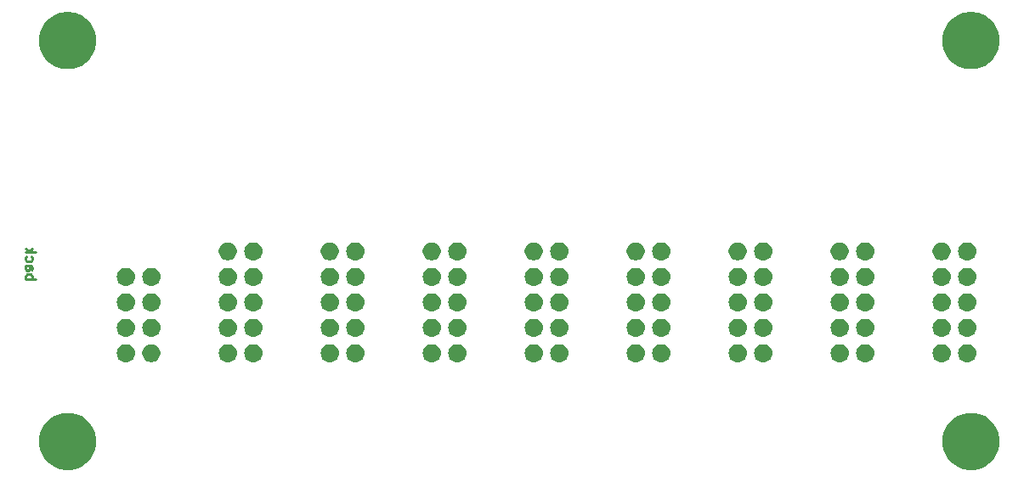
<source format=gbr>
G04 #@! TF.GenerationSoftware,KiCad,Pcbnew,(5.0.1)-4*
G04 #@! TF.CreationDate,2018-11-25T16:05:00+01:00*
G04 #@! TF.ProjectId,Flips6,466C697073362E6B696361645F706362,V1.0*
G04 #@! TF.SameCoordinates,Original*
G04 #@! TF.FileFunction,Soldermask,Bot*
G04 #@! TF.FilePolarity,Negative*
%FSLAX46Y46*%
G04 Gerber Fmt 4.6, Leading zero omitted, Abs format (unit mm)*
G04 Created by KiCad (PCBNEW (5.0.1)-4) date 25.11.2018 16:05:00*
%MOMM*%
%LPD*%
G01*
G04 APERTURE LIST*
%ADD10C,0.250000*%
%ADD11C,0.100000*%
G04 APERTURE END LIST*
D10*
X51617619Y-79605000D02*
X52617619Y-79605000D01*
X52236666Y-79605000D02*
X52284285Y-79509761D01*
X52284285Y-79319285D01*
X52236666Y-79224047D01*
X52189047Y-79176428D01*
X52093809Y-79128809D01*
X51808095Y-79128809D01*
X51712857Y-79176428D01*
X51665238Y-79224047D01*
X51617619Y-79319285D01*
X51617619Y-79509761D01*
X51665238Y-79605000D01*
X51617619Y-78271666D02*
X52141428Y-78271666D01*
X52236666Y-78319285D01*
X52284285Y-78414523D01*
X52284285Y-78605000D01*
X52236666Y-78700238D01*
X51665238Y-78271666D02*
X51617619Y-78366904D01*
X51617619Y-78605000D01*
X51665238Y-78700238D01*
X51760476Y-78747857D01*
X51855714Y-78747857D01*
X51950952Y-78700238D01*
X51998571Y-78605000D01*
X51998571Y-78366904D01*
X52046190Y-78271666D01*
X51665238Y-77366904D02*
X51617619Y-77462142D01*
X51617619Y-77652619D01*
X51665238Y-77747857D01*
X51712857Y-77795476D01*
X51808095Y-77843095D01*
X52093809Y-77843095D01*
X52189047Y-77795476D01*
X52236666Y-77747857D01*
X52284285Y-77652619D01*
X52284285Y-77462142D01*
X52236666Y-77366904D01*
X51617619Y-76938333D02*
X52617619Y-76938333D01*
X51998571Y-76843095D02*
X51617619Y-76557380D01*
X52284285Y-76557380D02*
X51903333Y-76938333D01*
D11*
G36*
X146356202Y-93003781D02*
X146631606Y-93058562D01*
X147150455Y-93273476D01*
X147614259Y-93583380D01*
X147617410Y-93585486D01*
X148014514Y-93982590D01*
X148014516Y-93982593D01*
X148326524Y-94449545D01*
X148541438Y-94968394D01*
X148651000Y-95519201D01*
X148651000Y-96080799D01*
X148541438Y-96631606D01*
X148326524Y-97150455D01*
X148016620Y-97614259D01*
X148014514Y-97617410D01*
X147617410Y-98014514D01*
X147617407Y-98014516D01*
X147150455Y-98326524D01*
X146631606Y-98541438D01*
X146080800Y-98651000D01*
X145519200Y-98651000D01*
X145243798Y-98596219D01*
X144968394Y-98541438D01*
X144449545Y-98326524D01*
X143982593Y-98014516D01*
X143982590Y-98014514D01*
X143585486Y-97617410D01*
X143583380Y-97614259D01*
X143273476Y-97150455D01*
X143058562Y-96631606D01*
X142949000Y-96080799D01*
X142949000Y-95519201D01*
X143058562Y-94968394D01*
X143273476Y-94449545D01*
X143585484Y-93982593D01*
X143585486Y-93982590D01*
X143982590Y-93585486D01*
X143985741Y-93583380D01*
X144449545Y-93273476D01*
X144968394Y-93058562D01*
X145519200Y-92949000D01*
X146080800Y-92949000D01*
X146356202Y-93003781D01*
X146356202Y-93003781D01*
G37*
G36*
X56356202Y-93003781D02*
X56631606Y-93058562D01*
X57150455Y-93273476D01*
X57614259Y-93583380D01*
X57617410Y-93585486D01*
X58014514Y-93982590D01*
X58014516Y-93982593D01*
X58326524Y-94449545D01*
X58541438Y-94968394D01*
X58651000Y-95519201D01*
X58651000Y-96080799D01*
X58541438Y-96631606D01*
X58326524Y-97150455D01*
X58016620Y-97614259D01*
X58014514Y-97617410D01*
X57617410Y-98014514D01*
X57617407Y-98014516D01*
X57150455Y-98326524D01*
X56631606Y-98541438D01*
X56080800Y-98651000D01*
X55519200Y-98651000D01*
X55243798Y-98596219D01*
X54968394Y-98541438D01*
X54449545Y-98326524D01*
X53982593Y-98014516D01*
X53982590Y-98014514D01*
X53585486Y-97617410D01*
X53583380Y-97614259D01*
X53273476Y-97150455D01*
X53058562Y-96631606D01*
X52949000Y-96080799D01*
X52949000Y-95519201D01*
X53058562Y-94968394D01*
X53273476Y-94449545D01*
X53585484Y-93982593D01*
X53585486Y-93982590D01*
X53982590Y-93585486D01*
X53985741Y-93583380D01*
X54449545Y-93273476D01*
X54968394Y-93058562D01*
X55243798Y-93003781D01*
X55519200Y-92949000D01*
X56080800Y-92949000D01*
X56356202Y-93003781D01*
X56356202Y-93003781D01*
G37*
G36*
X145525442Y-86100518D02*
X145591627Y-86107037D01*
X145704853Y-86141384D01*
X145761467Y-86158557D01*
X145900087Y-86232652D01*
X145917991Y-86242222D01*
X145953729Y-86271552D01*
X146055186Y-86354814D01*
X146138448Y-86456271D01*
X146167778Y-86492009D01*
X146167779Y-86492011D01*
X146251443Y-86648533D01*
X146251443Y-86648534D01*
X146302963Y-86818373D01*
X146320359Y-86995000D01*
X146302963Y-87171627D01*
X146276819Y-87257812D01*
X146251443Y-87341467D01*
X146208513Y-87421782D01*
X146167778Y-87497991D01*
X146138448Y-87533729D01*
X146055186Y-87635186D01*
X145982480Y-87694853D01*
X145917991Y-87747778D01*
X145917989Y-87747779D01*
X145761467Y-87831443D01*
X145704853Y-87848616D01*
X145591627Y-87882963D01*
X145525443Y-87889481D01*
X145459260Y-87896000D01*
X145370740Y-87896000D01*
X145304557Y-87889481D01*
X145238373Y-87882963D01*
X145125147Y-87848616D01*
X145068533Y-87831443D01*
X144912011Y-87747779D01*
X144912009Y-87747778D01*
X144847520Y-87694853D01*
X144774814Y-87635186D01*
X144691552Y-87533729D01*
X144662222Y-87497991D01*
X144621487Y-87421782D01*
X144578557Y-87341467D01*
X144553181Y-87257812D01*
X144527037Y-87171627D01*
X144509641Y-86995000D01*
X144527037Y-86818373D01*
X144578557Y-86648534D01*
X144578557Y-86648533D01*
X144662221Y-86492011D01*
X144662222Y-86492009D01*
X144691552Y-86456271D01*
X144774814Y-86354814D01*
X144876271Y-86271552D01*
X144912009Y-86242222D01*
X144929913Y-86232652D01*
X145068533Y-86158557D01*
X145125147Y-86141384D01*
X145238373Y-86107037D01*
X145304558Y-86100518D01*
X145370740Y-86094000D01*
X145459260Y-86094000D01*
X145525442Y-86100518D01*
X145525442Y-86100518D01*
G37*
G36*
X135365442Y-86100518D02*
X135431627Y-86107037D01*
X135544853Y-86141384D01*
X135601467Y-86158557D01*
X135740087Y-86232652D01*
X135757991Y-86242222D01*
X135793729Y-86271552D01*
X135895186Y-86354814D01*
X135978448Y-86456271D01*
X136007778Y-86492009D01*
X136007779Y-86492011D01*
X136091443Y-86648533D01*
X136091443Y-86648534D01*
X136142963Y-86818373D01*
X136160359Y-86995000D01*
X136142963Y-87171627D01*
X136116819Y-87257812D01*
X136091443Y-87341467D01*
X136048513Y-87421782D01*
X136007778Y-87497991D01*
X135978448Y-87533729D01*
X135895186Y-87635186D01*
X135822480Y-87694853D01*
X135757991Y-87747778D01*
X135757989Y-87747779D01*
X135601467Y-87831443D01*
X135544853Y-87848616D01*
X135431627Y-87882963D01*
X135365443Y-87889481D01*
X135299260Y-87896000D01*
X135210740Y-87896000D01*
X135144557Y-87889481D01*
X135078373Y-87882963D01*
X134965147Y-87848616D01*
X134908533Y-87831443D01*
X134752011Y-87747779D01*
X134752009Y-87747778D01*
X134687520Y-87694853D01*
X134614814Y-87635186D01*
X134531552Y-87533729D01*
X134502222Y-87497991D01*
X134461487Y-87421782D01*
X134418557Y-87341467D01*
X134393181Y-87257812D01*
X134367037Y-87171627D01*
X134349641Y-86995000D01*
X134367037Y-86818373D01*
X134418557Y-86648534D01*
X134418557Y-86648533D01*
X134502221Y-86492011D01*
X134502222Y-86492009D01*
X134531552Y-86456271D01*
X134614814Y-86354814D01*
X134716271Y-86271552D01*
X134752009Y-86242222D01*
X134769913Y-86232652D01*
X134908533Y-86158557D01*
X134965147Y-86141384D01*
X135078373Y-86107037D01*
X135144558Y-86100518D01*
X135210740Y-86094000D01*
X135299260Y-86094000D01*
X135365442Y-86100518D01*
X135365442Y-86100518D01*
G37*
G36*
X142985442Y-86100518D02*
X143051627Y-86107037D01*
X143164853Y-86141384D01*
X143221467Y-86158557D01*
X143360087Y-86232652D01*
X143377991Y-86242222D01*
X143413729Y-86271552D01*
X143515186Y-86354814D01*
X143598448Y-86456271D01*
X143627778Y-86492009D01*
X143627779Y-86492011D01*
X143711443Y-86648533D01*
X143711443Y-86648534D01*
X143762963Y-86818373D01*
X143780359Y-86995000D01*
X143762963Y-87171627D01*
X143736819Y-87257812D01*
X143711443Y-87341467D01*
X143668513Y-87421782D01*
X143627778Y-87497991D01*
X143598448Y-87533729D01*
X143515186Y-87635186D01*
X143442480Y-87694853D01*
X143377991Y-87747778D01*
X143377989Y-87747779D01*
X143221467Y-87831443D01*
X143164853Y-87848616D01*
X143051627Y-87882963D01*
X142985443Y-87889481D01*
X142919260Y-87896000D01*
X142830740Y-87896000D01*
X142764557Y-87889481D01*
X142698373Y-87882963D01*
X142585147Y-87848616D01*
X142528533Y-87831443D01*
X142372011Y-87747779D01*
X142372009Y-87747778D01*
X142307520Y-87694853D01*
X142234814Y-87635186D01*
X142151552Y-87533729D01*
X142122222Y-87497991D01*
X142081487Y-87421782D01*
X142038557Y-87341467D01*
X142013181Y-87257812D01*
X141987037Y-87171627D01*
X141969641Y-86995000D01*
X141987037Y-86818373D01*
X142038557Y-86648534D01*
X142038557Y-86648533D01*
X142122221Y-86492011D01*
X142122222Y-86492009D01*
X142151552Y-86456271D01*
X142234814Y-86354814D01*
X142336271Y-86271552D01*
X142372009Y-86242222D01*
X142389913Y-86232652D01*
X142528533Y-86158557D01*
X142585147Y-86141384D01*
X142698373Y-86107037D01*
X142764558Y-86100518D01*
X142830740Y-86094000D01*
X142919260Y-86094000D01*
X142985442Y-86100518D01*
X142985442Y-86100518D01*
G37*
G36*
X64397812Y-86128624D02*
X64561784Y-86196544D01*
X64709354Y-86295147D01*
X64834853Y-86420646D01*
X64933456Y-86568216D01*
X65001376Y-86732188D01*
X65036000Y-86906259D01*
X65036000Y-87083741D01*
X65001376Y-87257812D01*
X64933456Y-87421784D01*
X64834853Y-87569354D01*
X64709354Y-87694853D01*
X64561784Y-87793456D01*
X64397812Y-87861376D01*
X64223741Y-87896000D01*
X64046259Y-87896000D01*
X63872188Y-87861376D01*
X63708216Y-87793456D01*
X63560646Y-87694853D01*
X63435147Y-87569354D01*
X63336544Y-87421784D01*
X63268624Y-87257812D01*
X63234000Y-87083741D01*
X63234000Y-86906259D01*
X63268624Y-86732188D01*
X63336544Y-86568216D01*
X63435147Y-86420646D01*
X63560646Y-86295147D01*
X63708216Y-86196544D01*
X63872188Y-86128624D01*
X64046259Y-86094000D01*
X64223741Y-86094000D01*
X64397812Y-86128624D01*
X64397812Y-86128624D01*
G37*
G36*
X61705442Y-86100518D02*
X61771627Y-86107037D01*
X61884853Y-86141384D01*
X61941467Y-86158557D01*
X62080087Y-86232652D01*
X62097991Y-86242222D01*
X62133729Y-86271552D01*
X62235186Y-86354814D01*
X62318448Y-86456271D01*
X62347778Y-86492009D01*
X62347779Y-86492011D01*
X62431443Y-86648533D01*
X62431443Y-86648534D01*
X62482963Y-86818373D01*
X62500359Y-86995000D01*
X62482963Y-87171627D01*
X62456819Y-87257812D01*
X62431443Y-87341467D01*
X62388513Y-87421782D01*
X62347778Y-87497991D01*
X62318448Y-87533729D01*
X62235186Y-87635186D01*
X62162480Y-87694853D01*
X62097991Y-87747778D01*
X62097989Y-87747779D01*
X61941467Y-87831443D01*
X61884853Y-87848616D01*
X61771627Y-87882963D01*
X61705443Y-87889481D01*
X61639260Y-87896000D01*
X61550740Y-87896000D01*
X61484557Y-87889481D01*
X61418373Y-87882963D01*
X61305147Y-87848616D01*
X61248533Y-87831443D01*
X61092011Y-87747779D01*
X61092009Y-87747778D01*
X61027520Y-87694853D01*
X60954814Y-87635186D01*
X60871552Y-87533729D01*
X60842222Y-87497991D01*
X60801487Y-87421782D01*
X60758557Y-87341467D01*
X60733181Y-87257812D01*
X60707037Y-87171627D01*
X60689641Y-86995000D01*
X60707037Y-86818373D01*
X60758557Y-86648534D01*
X60758557Y-86648533D01*
X60842221Y-86492011D01*
X60842222Y-86492009D01*
X60871552Y-86456271D01*
X60954814Y-86354814D01*
X61056271Y-86271552D01*
X61092009Y-86242222D01*
X61109913Y-86232652D01*
X61248533Y-86158557D01*
X61305147Y-86141384D01*
X61418373Y-86107037D01*
X61484558Y-86100518D01*
X61550740Y-86094000D01*
X61639260Y-86094000D01*
X61705442Y-86100518D01*
X61705442Y-86100518D01*
G37*
G36*
X82025442Y-86100518D02*
X82091627Y-86107037D01*
X82204853Y-86141384D01*
X82261467Y-86158557D01*
X82400087Y-86232652D01*
X82417991Y-86242222D01*
X82453729Y-86271552D01*
X82555186Y-86354814D01*
X82638448Y-86456271D01*
X82667778Y-86492009D01*
X82667779Y-86492011D01*
X82751443Y-86648533D01*
X82751443Y-86648534D01*
X82802963Y-86818373D01*
X82820359Y-86995000D01*
X82802963Y-87171627D01*
X82776819Y-87257812D01*
X82751443Y-87341467D01*
X82708513Y-87421782D01*
X82667778Y-87497991D01*
X82638448Y-87533729D01*
X82555186Y-87635186D01*
X82482480Y-87694853D01*
X82417991Y-87747778D01*
X82417989Y-87747779D01*
X82261467Y-87831443D01*
X82204853Y-87848616D01*
X82091627Y-87882963D01*
X82025443Y-87889481D01*
X81959260Y-87896000D01*
X81870740Y-87896000D01*
X81804557Y-87889481D01*
X81738373Y-87882963D01*
X81625147Y-87848616D01*
X81568533Y-87831443D01*
X81412011Y-87747779D01*
X81412009Y-87747778D01*
X81347520Y-87694853D01*
X81274814Y-87635186D01*
X81191552Y-87533729D01*
X81162222Y-87497991D01*
X81121487Y-87421782D01*
X81078557Y-87341467D01*
X81053181Y-87257812D01*
X81027037Y-87171627D01*
X81009641Y-86995000D01*
X81027037Y-86818373D01*
X81078557Y-86648534D01*
X81078557Y-86648533D01*
X81162221Y-86492011D01*
X81162222Y-86492009D01*
X81191552Y-86456271D01*
X81274814Y-86354814D01*
X81376271Y-86271552D01*
X81412009Y-86242222D01*
X81429913Y-86232652D01*
X81568533Y-86158557D01*
X81625147Y-86141384D01*
X81738373Y-86107037D01*
X81804558Y-86100518D01*
X81870740Y-86094000D01*
X81959260Y-86094000D01*
X82025442Y-86100518D01*
X82025442Y-86100518D01*
G37*
G36*
X84565442Y-86100518D02*
X84631627Y-86107037D01*
X84744853Y-86141384D01*
X84801467Y-86158557D01*
X84940087Y-86232652D01*
X84957991Y-86242222D01*
X84993729Y-86271552D01*
X85095186Y-86354814D01*
X85178448Y-86456271D01*
X85207778Y-86492009D01*
X85207779Y-86492011D01*
X85291443Y-86648533D01*
X85291443Y-86648534D01*
X85342963Y-86818373D01*
X85360359Y-86995000D01*
X85342963Y-87171627D01*
X85316819Y-87257812D01*
X85291443Y-87341467D01*
X85248513Y-87421782D01*
X85207778Y-87497991D01*
X85178448Y-87533729D01*
X85095186Y-87635186D01*
X85022480Y-87694853D01*
X84957991Y-87747778D01*
X84957989Y-87747779D01*
X84801467Y-87831443D01*
X84744853Y-87848616D01*
X84631627Y-87882963D01*
X84565443Y-87889481D01*
X84499260Y-87896000D01*
X84410740Y-87896000D01*
X84344557Y-87889481D01*
X84278373Y-87882963D01*
X84165147Y-87848616D01*
X84108533Y-87831443D01*
X83952011Y-87747779D01*
X83952009Y-87747778D01*
X83887520Y-87694853D01*
X83814814Y-87635186D01*
X83731552Y-87533729D01*
X83702222Y-87497991D01*
X83661487Y-87421782D01*
X83618557Y-87341467D01*
X83593181Y-87257812D01*
X83567037Y-87171627D01*
X83549641Y-86995000D01*
X83567037Y-86818373D01*
X83618557Y-86648534D01*
X83618557Y-86648533D01*
X83702221Y-86492011D01*
X83702222Y-86492009D01*
X83731552Y-86456271D01*
X83814814Y-86354814D01*
X83916271Y-86271552D01*
X83952009Y-86242222D01*
X83969913Y-86232652D01*
X84108533Y-86158557D01*
X84165147Y-86141384D01*
X84278373Y-86107037D01*
X84344558Y-86100518D01*
X84410740Y-86094000D01*
X84499260Y-86094000D01*
X84565442Y-86100518D01*
X84565442Y-86100518D01*
G37*
G36*
X74405442Y-86100518D02*
X74471627Y-86107037D01*
X74584853Y-86141384D01*
X74641467Y-86158557D01*
X74780087Y-86232652D01*
X74797991Y-86242222D01*
X74833729Y-86271552D01*
X74935186Y-86354814D01*
X75018448Y-86456271D01*
X75047778Y-86492009D01*
X75047779Y-86492011D01*
X75131443Y-86648533D01*
X75131443Y-86648534D01*
X75182963Y-86818373D01*
X75200359Y-86995000D01*
X75182963Y-87171627D01*
X75156819Y-87257812D01*
X75131443Y-87341467D01*
X75088513Y-87421782D01*
X75047778Y-87497991D01*
X75018448Y-87533729D01*
X74935186Y-87635186D01*
X74862480Y-87694853D01*
X74797991Y-87747778D01*
X74797989Y-87747779D01*
X74641467Y-87831443D01*
X74584853Y-87848616D01*
X74471627Y-87882963D01*
X74405443Y-87889481D01*
X74339260Y-87896000D01*
X74250740Y-87896000D01*
X74184557Y-87889481D01*
X74118373Y-87882963D01*
X74005147Y-87848616D01*
X73948533Y-87831443D01*
X73792011Y-87747779D01*
X73792009Y-87747778D01*
X73727520Y-87694853D01*
X73654814Y-87635186D01*
X73571552Y-87533729D01*
X73542222Y-87497991D01*
X73501487Y-87421782D01*
X73458557Y-87341467D01*
X73433181Y-87257812D01*
X73407037Y-87171627D01*
X73389641Y-86995000D01*
X73407037Y-86818373D01*
X73458557Y-86648534D01*
X73458557Y-86648533D01*
X73542221Y-86492011D01*
X73542222Y-86492009D01*
X73571552Y-86456271D01*
X73654814Y-86354814D01*
X73756271Y-86271552D01*
X73792009Y-86242222D01*
X73809913Y-86232652D01*
X73948533Y-86158557D01*
X74005147Y-86141384D01*
X74118373Y-86107037D01*
X74184558Y-86100518D01*
X74250740Y-86094000D01*
X74339260Y-86094000D01*
X74405442Y-86100518D01*
X74405442Y-86100518D01*
G37*
G36*
X71865442Y-86100518D02*
X71931627Y-86107037D01*
X72044853Y-86141384D01*
X72101467Y-86158557D01*
X72240087Y-86232652D01*
X72257991Y-86242222D01*
X72293729Y-86271552D01*
X72395186Y-86354814D01*
X72478448Y-86456271D01*
X72507778Y-86492009D01*
X72507779Y-86492011D01*
X72591443Y-86648533D01*
X72591443Y-86648534D01*
X72642963Y-86818373D01*
X72660359Y-86995000D01*
X72642963Y-87171627D01*
X72616819Y-87257812D01*
X72591443Y-87341467D01*
X72548513Y-87421782D01*
X72507778Y-87497991D01*
X72478448Y-87533729D01*
X72395186Y-87635186D01*
X72322480Y-87694853D01*
X72257991Y-87747778D01*
X72257989Y-87747779D01*
X72101467Y-87831443D01*
X72044853Y-87848616D01*
X71931627Y-87882963D01*
X71865443Y-87889481D01*
X71799260Y-87896000D01*
X71710740Y-87896000D01*
X71644557Y-87889481D01*
X71578373Y-87882963D01*
X71465147Y-87848616D01*
X71408533Y-87831443D01*
X71252011Y-87747779D01*
X71252009Y-87747778D01*
X71187520Y-87694853D01*
X71114814Y-87635186D01*
X71031552Y-87533729D01*
X71002222Y-87497991D01*
X70961487Y-87421782D01*
X70918557Y-87341467D01*
X70893181Y-87257812D01*
X70867037Y-87171627D01*
X70849641Y-86995000D01*
X70867037Y-86818373D01*
X70918557Y-86648534D01*
X70918557Y-86648533D01*
X71002221Y-86492011D01*
X71002222Y-86492009D01*
X71031552Y-86456271D01*
X71114814Y-86354814D01*
X71216271Y-86271552D01*
X71252009Y-86242222D01*
X71269913Y-86232652D01*
X71408533Y-86158557D01*
X71465147Y-86141384D01*
X71578373Y-86107037D01*
X71644558Y-86100518D01*
X71710740Y-86094000D01*
X71799260Y-86094000D01*
X71865442Y-86100518D01*
X71865442Y-86100518D01*
G37*
G36*
X132825442Y-86100518D02*
X132891627Y-86107037D01*
X133004853Y-86141384D01*
X133061467Y-86158557D01*
X133200087Y-86232652D01*
X133217991Y-86242222D01*
X133253729Y-86271552D01*
X133355186Y-86354814D01*
X133438448Y-86456271D01*
X133467778Y-86492009D01*
X133467779Y-86492011D01*
X133551443Y-86648533D01*
X133551443Y-86648534D01*
X133602963Y-86818373D01*
X133620359Y-86995000D01*
X133602963Y-87171627D01*
X133576819Y-87257812D01*
X133551443Y-87341467D01*
X133508513Y-87421782D01*
X133467778Y-87497991D01*
X133438448Y-87533729D01*
X133355186Y-87635186D01*
X133282480Y-87694853D01*
X133217991Y-87747778D01*
X133217989Y-87747779D01*
X133061467Y-87831443D01*
X133004853Y-87848616D01*
X132891627Y-87882963D01*
X132825443Y-87889481D01*
X132759260Y-87896000D01*
X132670740Y-87896000D01*
X132604557Y-87889481D01*
X132538373Y-87882963D01*
X132425147Y-87848616D01*
X132368533Y-87831443D01*
X132212011Y-87747779D01*
X132212009Y-87747778D01*
X132147520Y-87694853D01*
X132074814Y-87635186D01*
X131991552Y-87533729D01*
X131962222Y-87497991D01*
X131921487Y-87421782D01*
X131878557Y-87341467D01*
X131853181Y-87257812D01*
X131827037Y-87171627D01*
X131809641Y-86995000D01*
X131827037Y-86818373D01*
X131878557Y-86648534D01*
X131878557Y-86648533D01*
X131962221Y-86492011D01*
X131962222Y-86492009D01*
X131991552Y-86456271D01*
X132074814Y-86354814D01*
X132176271Y-86271552D01*
X132212009Y-86242222D01*
X132229913Y-86232652D01*
X132368533Y-86158557D01*
X132425147Y-86141384D01*
X132538373Y-86107037D01*
X132604558Y-86100518D01*
X132670740Y-86094000D01*
X132759260Y-86094000D01*
X132825442Y-86100518D01*
X132825442Y-86100518D01*
G37*
G36*
X122665442Y-86100518D02*
X122731627Y-86107037D01*
X122844853Y-86141384D01*
X122901467Y-86158557D01*
X123040087Y-86232652D01*
X123057991Y-86242222D01*
X123093729Y-86271552D01*
X123195186Y-86354814D01*
X123278448Y-86456271D01*
X123307778Y-86492009D01*
X123307779Y-86492011D01*
X123391443Y-86648533D01*
X123391443Y-86648534D01*
X123442963Y-86818373D01*
X123460359Y-86995000D01*
X123442963Y-87171627D01*
X123416819Y-87257812D01*
X123391443Y-87341467D01*
X123348513Y-87421782D01*
X123307778Y-87497991D01*
X123278448Y-87533729D01*
X123195186Y-87635186D01*
X123122480Y-87694853D01*
X123057991Y-87747778D01*
X123057989Y-87747779D01*
X122901467Y-87831443D01*
X122844853Y-87848616D01*
X122731627Y-87882963D01*
X122665443Y-87889481D01*
X122599260Y-87896000D01*
X122510740Y-87896000D01*
X122444557Y-87889481D01*
X122378373Y-87882963D01*
X122265147Y-87848616D01*
X122208533Y-87831443D01*
X122052011Y-87747779D01*
X122052009Y-87747778D01*
X121987520Y-87694853D01*
X121914814Y-87635186D01*
X121831552Y-87533729D01*
X121802222Y-87497991D01*
X121761487Y-87421782D01*
X121718557Y-87341467D01*
X121693181Y-87257812D01*
X121667037Y-87171627D01*
X121649641Y-86995000D01*
X121667037Y-86818373D01*
X121718557Y-86648534D01*
X121718557Y-86648533D01*
X121802221Y-86492011D01*
X121802222Y-86492009D01*
X121831552Y-86456271D01*
X121914814Y-86354814D01*
X122016271Y-86271552D01*
X122052009Y-86242222D01*
X122069913Y-86232652D01*
X122208533Y-86158557D01*
X122265147Y-86141384D01*
X122378373Y-86107037D01*
X122444558Y-86100518D01*
X122510740Y-86094000D01*
X122599260Y-86094000D01*
X122665442Y-86100518D01*
X122665442Y-86100518D01*
G37*
G36*
X112505442Y-86100518D02*
X112571627Y-86107037D01*
X112684853Y-86141384D01*
X112741467Y-86158557D01*
X112880087Y-86232652D01*
X112897991Y-86242222D01*
X112933729Y-86271552D01*
X113035186Y-86354814D01*
X113118448Y-86456271D01*
X113147778Y-86492009D01*
X113147779Y-86492011D01*
X113231443Y-86648533D01*
X113231443Y-86648534D01*
X113282963Y-86818373D01*
X113300359Y-86995000D01*
X113282963Y-87171627D01*
X113256819Y-87257812D01*
X113231443Y-87341467D01*
X113188513Y-87421782D01*
X113147778Y-87497991D01*
X113118448Y-87533729D01*
X113035186Y-87635186D01*
X112962480Y-87694853D01*
X112897991Y-87747778D01*
X112897989Y-87747779D01*
X112741467Y-87831443D01*
X112684853Y-87848616D01*
X112571627Y-87882963D01*
X112505443Y-87889481D01*
X112439260Y-87896000D01*
X112350740Y-87896000D01*
X112284557Y-87889481D01*
X112218373Y-87882963D01*
X112105147Y-87848616D01*
X112048533Y-87831443D01*
X111892011Y-87747779D01*
X111892009Y-87747778D01*
X111827520Y-87694853D01*
X111754814Y-87635186D01*
X111671552Y-87533729D01*
X111642222Y-87497991D01*
X111601487Y-87421782D01*
X111558557Y-87341467D01*
X111533181Y-87257812D01*
X111507037Y-87171627D01*
X111489641Y-86995000D01*
X111507037Y-86818373D01*
X111558557Y-86648534D01*
X111558557Y-86648533D01*
X111642221Y-86492011D01*
X111642222Y-86492009D01*
X111671552Y-86456271D01*
X111754814Y-86354814D01*
X111856271Y-86271552D01*
X111892009Y-86242222D01*
X111909913Y-86232652D01*
X112048533Y-86158557D01*
X112105147Y-86141384D01*
X112218373Y-86107037D01*
X112284558Y-86100518D01*
X112350740Y-86094000D01*
X112439260Y-86094000D01*
X112505442Y-86100518D01*
X112505442Y-86100518D01*
G37*
G36*
X115045442Y-86100518D02*
X115111627Y-86107037D01*
X115224853Y-86141384D01*
X115281467Y-86158557D01*
X115420087Y-86232652D01*
X115437991Y-86242222D01*
X115473729Y-86271552D01*
X115575186Y-86354814D01*
X115658448Y-86456271D01*
X115687778Y-86492009D01*
X115687779Y-86492011D01*
X115771443Y-86648533D01*
X115771443Y-86648534D01*
X115822963Y-86818373D01*
X115840359Y-86995000D01*
X115822963Y-87171627D01*
X115796819Y-87257812D01*
X115771443Y-87341467D01*
X115728513Y-87421782D01*
X115687778Y-87497991D01*
X115658448Y-87533729D01*
X115575186Y-87635186D01*
X115502480Y-87694853D01*
X115437991Y-87747778D01*
X115437989Y-87747779D01*
X115281467Y-87831443D01*
X115224853Y-87848616D01*
X115111627Y-87882963D01*
X115045443Y-87889481D01*
X114979260Y-87896000D01*
X114890740Y-87896000D01*
X114824557Y-87889481D01*
X114758373Y-87882963D01*
X114645147Y-87848616D01*
X114588533Y-87831443D01*
X114432011Y-87747779D01*
X114432009Y-87747778D01*
X114367520Y-87694853D01*
X114294814Y-87635186D01*
X114211552Y-87533729D01*
X114182222Y-87497991D01*
X114141487Y-87421782D01*
X114098557Y-87341467D01*
X114073181Y-87257812D01*
X114047037Y-87171627D01*
X114029641Y-86995000D01*
X114047037Y-86818373D01*
X114098557Y-86648534D01*
X114098557Y-86648533D01*
X114182221Y-86492011D01*
X114182222Y-86492009D01*
X114211552Y-86456271D01*
X114294814Y-86354814D01*
X114396271Y-86271552D01*
X114432009Y-86242222D01*
X114449913Y-86232652D01*
X114588533Y-86158557D01*
X114645147Y-86141384D01*
X114758373Y-86107037D01*
X114824558Y-86100518D01*
X114890740Y-86094000D01*
X114979260Y-86094000D01*
X115045442Y-86100518D01*
X115045442Y-86100518D01*
G37*
G36*
X104885442Y-86100518D02*
X104951627Y-86107037D01*
X105064853Y-86141384D01*
X105121467Y-86158557D01*
X105260087Y-86232652D01*
X105277991Y-86242222D01*
X105313729Y-86271552D01*
X105415186Y-86354814D01*
X105498448Y-86456271D01*
X105527778Y-86492009D01*
X105527779Y-86492011D01*
X105611443Y-86648533D01*
X105611443Y-86648534D01*
X105662963Y-86818373D01*
X105680359Y-86995000D01*
X105662963Y-87171627D01*
X105636819Y-87257812D01*
X105611443Y-87341467D01*
X105568513Y-87421782D01*
X105527778Y-87497991D01*
X105498448Y-87533729D01*
X105415186Y-87635186D01*
X105342480Y-87694853D01*
X105277991Y-87747778D01*
X105277989Y-87747779D01*
X105121467Y-87831443D01*
X105064853Y-87848616D01*
X104951627Y-87882963D01*
X104885443Y-87889481D01*
X104819260Y-87896000D01*
X104730740Y-87896000D01*
X104664557Y-87889481D01*
X104598373Y-87882963D01*
X104485147Y-87848616D01*
X104428533Y-87831443D01*
X104272011Y-87747779D01*
X104272009Y-87747778D01*
X104207520Y-87694853D01*
X104134814Y-87635186D01*
X104051552Y-87533729D01*
X104022222Y-87497991D01*
X103981487Y-87421782D01*
X103938557Y-87341467D01*
X103913181Y-87257812D01*
X103887037Y-87171627D01*
X103869641Y-86995000D01*
X103887037Y-86818373D01*
X103938557Y-86648534D01*
X103938557Y-86648533D01*
X104022221Y-86492011D01*
X104022222Y-86492009D01*
X104051552Y-86456271D01*
X104134814Y-86354814D01*
X104236271Y-86271552D01*
X104272009Y-86242222D01*
X104289913Y-86232652D01*
X104428533Y-86158557D01*
X104485147Y-86141384D01*
X104598373Y-86107037D01*
X104664558Y-86100518D01*
X104730740Y-86094000D01*
X104819260Y-86094000D01*
X104885442Y-86100518D01*
X104885442Y-86100518D01*
G37*
G36*
X102345442Y-86100518D02*
X102411627Y-86107037D01*
X102524853Y-86141384D01*
X102581467Y-86158557D01*
X102720087Y-86232652D01*
X102737991Y-86242222D01*
X102773729Y-86271552D01*
X102875186Y-86354814D01*
X102958448Y-86456271D01*
X102987778Y-86492009D01*
X102987779Y-86492011D01*
X103071443Y-86648533D01*
X103071443Y-86648534D01*
X103122963Y-86818373D01*
X103140359Y-86995000D01*
X103122963Y-87171627D01*
X103096819Y-87257812D01*
X103071443Y-87341467D01*
X103028513Y-87421782D01*
X102987778Y-87497991D01*
X102958448Y-87533729D01*
X102875186Y-87635186D01*
X102802480Y-87694853D01*
X102737991Y-87747778D01*
X102737989Y-87747779D01*
X102581467Y-87831443D01*
X102524853Y-87848616D01*
X102411627Y-87882963D01*
X102345443Y-87889481D01*
X102279260Y-87896000D01*
X102190740Y-87896000D01*
X102124557Y-87889481D01*
X102058373Y-87882963D01*
X101945147Y-87848616D01*
X101888533Y-87831443D01*
X101732011Y-87747779D01*
X101732009Y-87747778D01*
X101667520Y-87694853D01*
X101594814Y-87635186D01*
X101511552Y-87533729D01*
X101482222Y-87497991D01*
X101441487Y-87421782D01*
X101398557Y-87341467D01*
X101373181Y-87257812D01*
X101347037Y-87171627D01*
X101329641Y-86995000D01*
X101347037Y-86818373D01*
X101398557Y-86648534D01*
X101398557Y-86648533D01*
X101482221Y-86492011D01*
X101482222Y-86492009D01*
X101511552Y-86456271D01*
X101594814Y-86354814D01*
X101696271Y-86271552D01*
X101732009Y-86242222D01*
X101749913Y-86232652D01*
X101888533Y-86158557D01*
X101945147Y-86141384D01*
X102058373Y-86107037D01*
X102124558Y-86100518D01*
X102190740Y-86094000D01*
X102279260Y-86094000D01*
X102345442Y-86100518D01*
X102345442Y-86100518D01*
G37*
G36*
X92185442Y-86100518D02*
X92251627Y-86107037D01*
X92364853Y-86141384D01*
X92421467Y-86158557D01*
X92560087Y-86232652D01*
X92577991Y-86242222D01*
X92613729Y-86271552D01*
X92715186Y-86354814D01*
X92798448Y-86456271D01*
X92827778Y-86492009D01*
X92827779Y-86492011D01*
X92911443Y-86648533D01*
X92911443Y-86648534D01*
X92962963Y-86818373D01*
X92980359Y-86995000D01*
X92962963Y-87171627D01*
X92936819Y-87257812D01*
X92911443Y-87341467D01*
X92868513Y-87421782D01*
X92827778Y-87497991D01*
X92798448Y-87533729D01*
X92715186Y-87635186D01*
X92642480Y-87694853D01*
X92577991Y-87747778D01*
X92577989Y-87747779D01*
X92421467Y-87831443D01*
X92364853Y-87848616D01*
X92251627Y-87882963D01*
X92185443Y-87889481D01*
X92119260Y-87896000D01*
X92030740Y-87896000D01*
X91964557Y-87889481D01*
X91898373Y-87882963D01*
X91785147Y-87848616D01*
X91728533Y-87831443D01*
X91572011Y-87747779D01*
X91572009Y-87747778D01*
X91507520Y-87694853D01*
X91434814Y-87635186D01*
X91351552Y-87533729D01*
X91322222Y-87497991D01*
X91281487Y-87421782D01*
X91238557Y-87341467D01*
X91213181Y-87257812D01*
X91187037Y-87171627D01*
X91169641Y-86995000D01*
X91187037Y-86818373D01*
X91238557Y-86648534D01*
X91238557Y-86648533D01*
X91322221Y-86492011D01*
X91322222Y-86492009D01*
X91351552Y-86456271D01*
X91434814Y-86354814D01*
X91536271Y-86271552D01*
X91572009Y-86242222D01*
X91589913Y-86232652D01*
X91728533Y-86158557D01*
X91785147Y-86141384D01*
X91898373Y-86107037D01*
X91964558Y-86100518D01*
X92030740Y-86094000D01*
X92119260Y-86094000D01*
X92185442Y-86100518D01*
X92185442Y-86100518D01*
G37*
G36*
X94725442Y-86100518D02*
X94791627Y-86107037D01*
X94904853Y-86141384D01*
X94961467Y-86158557D01*
X95100087Y-86232652D01*
X95117991Y-86242222D01*
X95153729Y-86271552D01*
X95255186Y-86354814D01*
X95338448Y-86456271D01*
X95367778Y-86492009D01*
X95367779Y-86492011D01*
X95451443Y-86648533D01*
X95451443Y-86648534D01*
X95502963Y-86818373D01*
X95520359Y-86995000D01*
X95502963Y-87171627D01*
X95476819Y-87257812D01*
X95451443Y-87341467D01*
X95408513Y-87421782D01*
X95367778Y-87497991D01*
X95338448Y-87533729D01*
X95255186Y-87635186D01*
X95182480Y-87694853D01*
X95117991Y-87747778D01*
X95117989Y-87747779D01*
X94961467Y-87831443D01*
X94904853Y-87848616D01*
X94791627Y-87882963D01*
X94725443Y-87889481D01*
X94659260Y-87896000D01*
X94570740Y-87896000D01*
X94504557Y-87889481D01*
X94438373Y-87882963D01*
X94325147Y-87848616D01*
X94268533Y-87831443D01*
X94112011Y-87747779D01*
X94112009Y-87747778D01*
X94047520Y-87694853D01*
X93974814Y-87635186D01*
X93891552Y-87533729D01*
X93862222Y-87497991D01*
X93821487Y-87421782D01*
X93778557Y-87341467D01*
X93753181Y-87257812D01*
X93727037Y-87171627D01*
X93709641Y-86995000D01*
X93727037Y-86818373D01*
X93778557Y-86648534D01*
X93778557Y-86648533D01*
X93862221Y-86492011D01*
X93862222Y-86492009D01*
X93891552Y-86456271D01*
X93974814Y-86354814D01*
X94076271Y-86271552D01*
X94112009Y-86242222D01*
X94129913Y-86232652D01*
X94268533Y-86158557D01*
X94325147Y-86141384D01*
X94438373Y-86107037D01*
X94504558Y-86100518D01*
X94570740Y-86094000D01*
X94659260Y-86094000D01*
X94725442Y-86100518D01*
X94725442Y-86100518D01*
G37*
G36*
X125205442Y-86100518D02*
X125271627Y-86107037D01*
X125384853Y-86141384D01*
X125441467Y-86158557D01*
X125580087Y-86232652D01*
X125597991Y-86242222D01*
X125633729Y-86271552D01*
X125735186Y-86354814D01*
X125818448Y-86456271D01*
X125847778Y-86492009D01*
X125847779Y-86492011D01*
X125931443Y-86648533D01*
X125931443Y-86648534D01*
X125982963Y-86818373D01*
X126000359Y-86995000D01*
X125982963Y-87171627D01*
X125956819Y-87257812D01*
X125931443Y-87341467D01*
X125888513Y-87421782D01*
X125847778Y-87497991D01*
X125818448Y-87533729D01*
X125735186Y-87635186D01*
X125662480Y-87694853D01*
X125597991Y-87747778D01*
X125597989Y-87747779D01*
X125441467Y-87831443D01*
X125384853Y-87848616D01*
X125271627Y-87882963D01*
X125205443Y-87889481D01*
X125139260Y-87896000D01*
X125050740Y-87896000D01*
X124984557Y-87889481D01*
X124918373Y-87882963D01*
X124805147Y-87848616D01*
X124748533Y-87831443D01*
X124592011Y-87747779D01*
X124592009Y-87747778D01*
X124527520Y-87694853D01*
X124454814Y-87635186D01*
X124371552Y-87533729D01*
X124342222Y-87497991D01*
X124301487Y-87421782D01*
X124258557Y-87341467D01*
X124233181Y-87257812D01*
X124207037Y-87171627D01*
X124189641Y-86995000D01*
X124207037Y-86818373D01*
X124258557Y-86648534D01*
X124258557Y-86648533D01*
X124342221Y-86492011D01*
X124342222Y-86492009D01*
X124371552Y-86456271D01*
X124454814Y-86354814D01*
X124556271Y-86271552D01*
X124592009Y-86242222D01*
X124609913Y-86232652D01*
X124748533Y-86158557D01*
X124805147Y-86141384D01*
X124918373Y-86107037D01*
X124984558Y-86100518D01*
X125050740Y-86094000D01*
X125139260Y-86094000D01*
X125205442Y-86100518D01*
X125205442Y-86100518D01*
G37*
G36*
X142985443Y-83560519D02*
X143051627Y-83567037D01*
X143164853Y-83601384D01*
X143221467Y-83618557D01*
X143360087Y-83692652D01*
X143377991Y-83702222D01*
X143413729Y-83731552D01*
X143515186Y-83814814D01*
X143598448Y-83916271D01*
X143627778Y-83952009D01*
X143627779Y-83952011D01*
X143711443Y-84108533D01*
X143711443Y-84108534D01*
X143762963Y-84278373D01*
X143780359Y-84455000D01*
X143762963Y-84631627D01*
X143728616Y-84744853D01*
X143711443Y-84801467D01*
X143637348Y-84940087D01*
X143627778Y-84957991D01*
X143598448Y-84993729D01*
X143515186Y-85095186D01*
X143413729Y-85178448D01*
X143377991Y-85207778D01*
X143377989Y-85207779D01*
X143221467Y-85291443D01*
X143164853Y-85308616D01*
X143051627Y-85342963D01*
X142985442Y-85349482D01*
X142919260Y-85356000D01*
X142830740Y-85356000D01*
X142764558Y-85349482D01*
X142698373Y-85342963D01*
X142585147Y-85308616D01*
X142528533Y-85291443D01*
X142372011Y-85207779D01*
X142372009Y-85207778D01*
X142336271Y-85178448D01*
X142234814Y-85095186D01*
X142151552Y-84993729D01*
X142122222Y-84957991D01*
X142112652Y-84940087D01*
X142038557Y-84801467D01*
X142021384Y-84744853D01*
X141987037Y-84631627D01*
X141969641Y-84455000D01*
X141987037Y-84278373D01*
X142038557Y-84108534D01*
X142038557Y-84108533D01*
X142122221Y-83952011D01*
X142122222Y-83952009D01*
X142151552Y-83916271D01*
X142234814Y-83814814D01*
X142336271Y-83731552D01*
X142372009Y-83702222D01*
X142389913Y-83692652D01*
X142528533Y-83618557D01*
X142585147Y-83601384D01*
X142698373Y-83567037D01*
X142764557Y-83560519D01*
X142830740Y-83554000D01*
X142919260Y-83554000D01*
X142985443Y-83560519D01*
X142985443Y-83560519D01*
G37*
G36*
X64245443Y-83560519D02*
X64311627Y-83567037D01*
X64424853Y-83601384D01*
X64481467Y-83618557D01*
X64620087Y-83692652D01*
X64637991Y-83702222D01*
X64673729Y-83731552D01*
X64775186Y-83814814D01*
X64858448Y-83916271D01*
X64887778Y-83952009D01*
X64887779Y-83952011D01*
X64971443Y-84108533D01*
X64971443Y-84108534D01*
X65022963Y-84278373D01*
X65040359Y-84455000D01*
X65022963Y-84631627D01*
X64988616Y-84744853D01*
X64971443Y-84801467D01*
X64897348Y-84940087D01*
X64887778Y-84957991D01*
X64858448Y-84993729D01*
X64775186Y-85095186D01*
X64673729Y-85178448D01*
X64637991Y-85207778D01*
X64637989Y-85207779D01*
X64481467Y-85291443D01*
X64424853Y-85308616D01*
X64311627Y-85342963D01*
X64245442Y-85349482D01*
X64179260Y-85356000D01*
X64090740Y-85356000D01*
X64024558Y-85349482D01*
X63958373Y-85342963D01*
X63845147Y-85308616D01*
X63788533Y-85291443D01*
X63632011Y-85207779D01*
X63632009Y-85207778D01*
X63596271Y-85178448D01*
X63494814Y-85095186D01*
X63411552Y-84993729D01*
X63382222Y-84957991D01*
X63372652Y-84940087D01*
X63298557Y-84801467D01*
X63281384Y-84744853D01*
X63247037Y-84631627D01*
X63229641Y-84455000D01*
X63247037Y-84278373D01*
X63298557Y-84108534D01*
X63298557Y-84108533D01*
X63382221Y-83952011D01*
X63382222Y-83952009D01*
X63411552Y-83916271D01*
X63494814Y-83814814D01*
X63596271Y-83731552D01*
X63632009Y-83702222D01*
X63649913Y-83692652D01*
X63788533Y-83618557D01*
X63845147Y-83601384D01*
X63958373Y-83567037D01*
X64024557Y-83560519D01*
X64090740Y-83554000D01*
X64179260Y-83554000D01*
X64245443Y-83560519D01*
X64245443Y-83560519D01*
G37*
G36*
X61705443Y-83560519D02*
X61771627Y-83567037D01*
X61884853Y-83601384D01*
X61941467Y-83618557D01*
X62080087Y-83692652D01*
X62097991Y-83702222D01*
X62133729Y-83731552D01*
X62235186Y-83814814D01*
X62318448Y-83916271D01*
X62347778Y-83952009D01*
X62347779Y-83952011D01*
X62431443Y-84108533D01*
X62431443Y-84108534D01*
X62482963Y-84278373D01*
X62500359Y-84455000D01*
X62482963Y-84631627D01*
X62448616Y-84744853D01*
X62431443Y-84801467D01*
X62357348Y-84940087D01*
X62347778Y-84957991D01*
X62318448Y-84993729D01*
X62235186Y-85095186D01*
X62133729Y-85178448D01*
X62097991Y-85207778D01*
X62097989Y-85207779D01*
X61941467Y-85291443D01*
X61884853Y-85308616D01*
X61771627Y-85342963D01*
X61705442Y-85349482D01*
X61639260Y-85356000D01*
X61550740Y-85356000D01*
X61484558Y-85349482D01*
X61418373Y-85342963D01*
X61305147Y-85308616D01*
X61248533Y-85291443D01*
X61092011Y-85207779D01*
X61092009Y-85207778D01*
X61056271Y-85178448D01*
X60954814Y-85095186D01*
X60871552Y-84993729D01*
X60842222Y-84957991D01*
X60832652Y-84940087D01*
X60758557Y-84801467D01*
X60741384Y-84744853D01*
X60707037Y-84631627D01*
X60689641Y-84455000D01*
X60707037Y-84278373D01*
X60758557Y-84108534D01*
X60758557Y-84108533D01*
X60842221Y-83952011D01*
X60842222Y-83952009D01*
X60871552Y-83916271D01*
X60954814Y-83814814D01*
X61056271Y-83731552D01*
X61092009Y-83702222D01*
X61109913Y-83692652D01*
X61248533Y-83618557D01*
X61305147Y-83601384D01*
X61418373Y-83567037D01*
X61484557Y-83560519D01*
X61550740Y-83554000D01*
X61639260Y-83554000D01*
X61705443Y-83560519D01*
X61705443Y-83560519D01*
G37*
G36*
X135365443Y-83560519D02*
X135431627Y-83567037D01*
X135544853Y-83601384D01*
X135601467Y-83618557D01*
X135740087Y-83692652D01*
X135757991Y-83702222D01*
X135793729Y-83731552D01*
X135895186Y-83814814D01*
X135978448Y-83916271D01*
X136007778Y-83952009D01*
X136007779Y-83952011D01*
X136091443Y-84108533D01*
X136091443Y-84108534D01*
X136142963Y-84278373D01*
X136160359Y-84455000D01*
X136142963Y-84631627D01*
X136108616Y-84744853D01*
X136091443Y-84801467D01*
X136017348Y-84940087D01*
X136007778Y-84957991D01*
X135978448Y-84993729D01*
X135895186Y-85095186D01*
X135793729Y-85178448D01*
X135757991Y-85207778D01*
X135757989Y-85207779D01*
X135601467Y-85291443D01*
X135544853Y-85308616D01*
X135431627Y-85342963D01*
X135365442Y-85349482D01*
X135299260Y-85356000D01*
X135210740Y-85356000D01*
X135144558Y-85349482D01*
X135078373Y-85342963D01*
X134965147Y-85308616D01*
X134908533Y-85291443D01*
X134752011Y-85207779D01*
X134752009Y-85207778D01*
X134716271Y-85178448D01*
X134614814Y-85095186D01*
X134531552Y-84993729D01*
X134502222Y-84957991D01*
X134492652Y-84940087D01*
X134418557Y-84801467D01*
X134401384Y-84744853D01*
X134367037Y-84631627D01*
X134349641Y-84455000D01*
X134367037Y-84278373D01*
X134418557Y-84108534D01*
X134418557Y-84108533D01*
X134502221Y-83952011D01*
X134502222Y-83952009D01*
X134531552Y-83916271D01*
X134614814Y-83814814D01*
X134716271Y-83731552D01*
X134752009Y-83702222D01*
X134769913Y-83692652D01*
X134908533Y-83618557D01*
X134965147Y-83601384D01*
X135078373Y-83567037D01*
X135144557Y-83560519D01*
X135210740Y-83554000D01*
X135299260Y-83554000D01*
X135365443Y-83560519D01*
X135365443Y-83560519D01*
G37*
G36*
X104885443Y-83560519D02*
X104951627Y-83567037D01*
X105064853Y-83601384D01*
X105121467Y-83618557D01*
X105260087Y-83692652D01*
X105277991Y-83702222D01*
X105313729Y-83731552D01*
X105415186Y-83814814D01*
X105498448Y-83916271D01*
X105527778Y-83952009D01*
X105527779Y-83952011D01*
X105611443Y-84108533D01*
X105611443Y-84108534D01*
X105662963Y-84278373D01*
X105680359Y-84455000D01*
X105662963Y-84631627D01*
X105628616Y-84744853D01*
X105611443Y-84801467D01*
X105537348Y-84940087D01*
X105527778Y-84957991D01*
X105498448Y-84993729D01*
X105415186Y-85095186D01*
X105313729Y-85178448D01*
X105277991Y-85207778D01*
X105277989Y-85207779D01*
X105121467Y-85291443D01*
X105064853Y-85308616D01*
X104951627Y-85342963D01*
X104885442Y-85349482D01*
X104819260Y-85356000D01*
X104730740Y-85356000D01*
X104664558Y-85349482D01*
X104598373Y-85342963D01*
X104485147Y-85308616D01*
X104428533Y-85291443D01*
X104272011Y-85207779D01*
X104272009Y-85207778D01*
X104236271Y-85178448D01*
X104134814Y-85095186D01*
X104051552Y-84993729D01*
X104022222Y-84957991D01*
X104012652Y-84940087D01*
X103938557Y-84801467D01*
X103921384Y-84744853D01*
X103887037Y-84631627D01*
X103869641Y-84455000D01*
X103887037Y-84278373D01*
X103938557Y-84108534D01*
X103938557Y-84108533D01*
X104022221Y-83952011D01*
X104022222Y-83952009D01*
X104051552Y-83916271D01*
X104134814Y-83814814D01*
X104236271Y-83731552D01*
X104272009Y-83702222D01*
X104289913Y-83692652D01*
X104428533Y-83618557D01*
X104485147Y-83601384D01*
X104598373Y-83567037D01*
X104664557Y-83560519D01*
X104730740Y-83554000D01*
X104819260Y-83554000D01*
X104885443Y-83560519D01*
X104885443Y-83560519D01*
G37*
G36*
X132825443Y-83560519D02*
X132891627Y-83567037D01*
X133004853Y-83601384D01*
X133061467Y-83618557D01*
X133200087Y-83692652D01*
X133217991Y-83702222D01*
X133253729Y-83731552D01*
X133355186Y-83814814D01*
X133438448Y-83916271D01*
X133467778Y-83952009D01*
X133467779Y-83952011D01*
X133551443Y-84108533D01*
X133551443Y-84108534D01*
X133602963Y-84278373D01*
X133620359Y-84455000D01*
X133602963Y-84631627D01*
X133568616Y-84744853D01*
X133551443Y-84801467D01*
X133477348Y-84940087D01*
X133467778Y-84957991D01*
X133438448Y-84993729D01*
X133355186Y-85095186D01*
X133253729Y-85178448D01*
X133217991Y-85207778D01*
X133217989Y-85207779D01*
X133061467Y-85291443D01*
X133004853Y-85308616D01*
X132891627Y-85342963D01*
X132825442Y-85349482D01*
X132759260Y-85356000D01*
X132670740Y-85356000D01*
X132604558Y-85349482D01*
X132538373Y-85342963D01*
X132425147Y-85308616D01*
X132368533Y-85291443D01*
X132212011Y-85207779D01*
X132212009Y-85207778D01*
X132176271Y-85178448D01*
X132074814Y-85095186D01*
X131991552Y-84993729D01*
X131962222Y-84957991D01*
X131952652Y-84940087D01*
X131878557Y-84801467D01*
X131861384Y-84744853D01*
X131827037Y-84631627D01*
X131809641Y-84455000D01*
X131827037Y-84278373D01*
X131878557Y-84108534D01*
X131878557Y-84108533D01*
X131962221Y-83952011D01*
X131962222Y-83952009D01*
X131991552Y-83916271D01*
X132074814Y-83814814D01*
X132176271Y-83731552D01*
X132212009Y-83702222D01*
X132229913Y-83692652D01*
X132368533Y-83618557D01*
X132425147Y-83601384D01*
X132538373Y-83567037D01*
X132604557Y-83560519D01*
X132670740Y-83554000D01*
X132759260Y-83554000D01*
X132825443Y-83560519D01*
X132825443Y-83560519D01*
G37*
G36*
X71865443Y-83560519D02*
X71931627Y-83567037D01*
X72044853Y-83601384D01*
X72101467Y-83618557D01*
X72240087Y-83692652D01*
X72257991Y-83702222D01*
X72293729Y-83731552D01*
X72395186Y-83814814D01*
X72478448Y-83916271D01*
X72507778Y-83952009D01*
X72507779Y-83952011D01*
X72591443Y-84108533D01*
X72591443Y-84108534D01*
X72642963Y-84278373D01*
X72660359Y-84455000D01*
X72642963Y-84631627D01*
X72608616Y-84744853D01*
X72591443Y-84801467D01*
X72517348Y-84940087D01*
X72507778Y-84957991D01*
X72478448Y-84993729D01*
X72395186Y-85095186D01*
X72293729Y-85178448D01*
X72257991Y-85207778D01*
X72257989Y-85207779D01*
X72101467Y-85291443D01*
X72044853Y-85308616D01*
X71931627Y-85342963D01*
X71865442Y-85349482D01*
X71799260Y-85356000D01*
X71710740Y-85356000D01*
X71644558Y-85349482D01*
X71578373Y-85342963D01*
X71465147Y-85308616D01*
X71408533Y-85291443D01*
X71252011Y-85207779D01*
X71252009Y-85207778D01*
X71216271Y-85178448D01*
X71114814Y-85095186D01*
X71031552Y-84993729D01*
X71002222Y-84957991D01*
X70992652Y-84940087D01*
X70918557Y-84801467D01*
X70901384Y-84744853D01*
X70867037Y-84631627D01*
X70849641Y-84455000D01*
X70867037Y-84278373D01*
X70918557Y-84108534D01*
X70918557Y-84108533D01*
X71002221Y-83952011D01*
X71002222Y-83952009D01*
X71031552Y-83916271D01*
X71114814Y-83814814D01*
X71216271Y-83731552D01*
X71252009Y-83702222D01*
X71269913Y-83692652D01*
X71408533Y-83618557D01*
X71465147Y-83601384D01*
X71578373Y-83567037D01*
X71644557Y-83560519D01*
X71710740Y-83554000D01*
X71799260Y-83554000D01*
X71865443Y-83560519D01*
X71865443Y-83560519D01*
G37*
G36*
X74405443Y-83560519D02*
X74471627Y-83567037D01*
X74584853Y-83601384D01*
X74641467Y-83618557D01*
X74780087Y-83692652D01*
X74797991Y-83702222D01*
X74833729Y-83731552D01*
X74935186Y-83814814D01*
X75018448Y-83916271D01*
X75047778Y-83952009D01*
X75047779Y-83952011D01*
X75131443Y-84108533D01*
X75131443Y-84108534D01*
X75182963Y-84278373D01*
X75200359Y-84455000D01*
X75182963Y-84631627D01*
X75148616Y-84744853D01*
X75131443Y-84801467D01*
X75057348Y-84940087D01*
X75047778Y-84957991D01*
X75018448Y-84993729D01*
X74935186Y-85095186D01*
X74833729Y-85178448D01*
X74797991Y-85207778D01*
X74797989Y-85207779D01*
X74641467Y-85291443D01*
X74584853Y-85308616D01*
X74471627Y-85342963D01*
X74405442Y-85349482D01*
X74339260Y-85356000D01*
X74250740Y-85356000D01*
X74184558Y-85349482D01*
X74118373Y-85342963D01*
X74005147Y-85308616D01*
X73948533Y-85291443D01*
X73792011Y-85207779D01*
X73792009Y-85207778D01*
X73756271Y-85178448D01*
X73654814Y-85095186D01*
X73571552Y-84993729D01*
X73542222Y-84957991D01*
X73532652Y-84940087D01*
X73458557Y-84801467D01*
X73441384Y-84744853D01*
X73407037Y-84631627D01*
X73389641Y-84455000D01*
X73407037Y-84278373D01*
X73458557Y-84108534D01*
X73458557Y-84108533D01*
X73542221Y-83952011D01*
X73542222Y-83952009D01*
X73571552Y-83916271D01*
X73654814Y-83814814D01*
X73756271Y-83731552D01*
X73792009Y-83702222D01*
X73809913Y-83692652D01*
X73948533Y-83618557D01*
X74005147Y-83601384D01*
X74118373Y-83567037D01*
X74184557Y-83560519D01*
X74250740Y-83554000D01*
X74339260Y-83554000D01*
X74405443Y-83560519D01*
X74405443Y-83560519D01*
G37*
G36*
X122665443Y-83560519D02*
X122731627Y-83567037D01*
X122844853Y-83601384D01*
X122901467Y-83618557D01*
X123040087Y-83692652D01*
X123057991Y-83702222D01*
X123093729Y-83731552D01*
X123195186Y-83814814D01*
X123278448Y-83916271D01*
X123307778Y-83952009D01*
X123307779Y-83952011D01*
X123391443Y-84108533D01*
X123391443Y-84108534D01*
X123442963Y-84278373D01*
X123460359Y-84455000D01*
X123442963Y-84631627D01*
X123408616Y-84744853D01*
X123391443Y-84801467D01*
X123317348Y-84940087D01*
X123307778Y-84957991D01*
X123278448Y-84993729D01*
X123195186Y-85095186D01*
X123093729Y-85178448D01*
X123057991Y-85207778D01*
X123057989Y-85207779D01*
X122901467Y-85291443D01*
X122844853Y-85308616D01*
X122731627Y-85342963D01*
X122665442Y-85349482D01*
X122599260Y-85356000D01*
X122510740Y-85356000D01*
X122444558Y-85349482D01*
X122378373Y-85342963D01*
X122265147Y-85308616D01*
X122208533Y-85291443D01*
X122052011Y-85207779D01*
X122052009Y-85207778D01*
X122016271Y-85178448D01*
X121914814Y-85095186D01*
X121831552Y-84993729D01*
X121802222Y-84957991D01*
X121792652Y-84940087D01*
X121718557Y-84801467D01*
X121701384Y-84744853D01*
X121667037Y-84631627D01*
X121649641Y-84455000D01*
X121667037Y-84278373D01*
X121718557Y-84108534D01*
X121718557Y-84108533D01*
X121802221Y-83952011D01*
X121802222Y-83952009D01*
X121831552Y-83916271D01*
X121914814Y-83814814D01*
X122016271Y-83731552D01*
X122052009Y-83702222D01*
X122069913Y-83692652D01*
X122208533Y-83618557D01*
X122265147Y-83601384D01*
X122378373Y-83567037D01*
X122444557Y-83560519D01*
X122510740Y-83554000D01*
X122599260Y-83554000D01*
X122665443Y-83560519D01*
X122665443Y-83560519D01*
G37*
G36*
X94725443Y-83560519D02*
X94791627Y-83567037D01*
X94904853Y-83601384D01*
X94961467Y-83618557D01*
X95100087Y-83692652D01*
X95117991Y-83702222D01*
X95153729Y-83731552D01*
X95255186Y-83814814D01*
X95338448Y-83916271D01*
X95367778Y-83952009D01*
X95367779Y-83952011D01*
X95451443Y-84108533D01*
X95451443Y-84108534D01*
X95502963Y-84278373D01*
X95520359Y-84455000D01*
X95502963Y-84631627D01*
X95468616Y-84744853D01*
X95451443Y-84801467D01*
X95377348Y-84940087D01*
X95367778Y-84957991D01*
X95338448Y-84993729D01*
X95255186Y-85095186D01*
X95153729Y-85178448D01*
X95117991Y-85207778D01*
X95117989Y-85207779D01*
X94961467Y-85291443D01*
X94904853Y-85308616D01*
X94791627Y-85342963D01*
X94725442Y-85349482D01*
X94659260Y-85356000D01*
X94570740Y-85356000D01*
X94504558Y-85349482D01*
X94438373Y-85342963D01*
X94325147Y-85308616D01*
X94268533Y-85291443D01*
X94112011Y-85207779D01*
X94112009Y-85207778D01*
X94076271Y-85178448D01*
X93974814Y-85095186D01*
X93891552Y-84993729D01*
X93862222Y-84957991D01*
X93852652Y-84940087D01*
X93778557Y-84801467D01*
X93761384Y-84744853D01*
X93727037Y-84631627D01*
X93709641Y-84455000D01*
X93727037Y-84278373D01*
X93778557Y-84108534D01*
X93778557Y-84108533D01*
X93862221Y-83952011D01*
X93862222Y-83952009D01*
X93891552Y-83916271D01*
X93974814Y-83814814D01*
X94076271Y-83731552D01*
X94112009Y-83702222D01*
X94129913Y-83692652D01*
X94268533Y-83618557D01*
X94325147Y-83601384D01*
X94438373Y-83567037D01*
X94504557Y-83560519D01*
X94570740Y-83554000D01*
X94659260Y-83554000D01*
X94725443Y-83560519D01*
X94725443Y-83560519D01*
G37*
G36*
X92185443Y-83560519D02*
X92251627Y-83567037D01*
X92364853Y-83601384D01*
X92421467Y-83618557D01*
X92560087Y-83692652D01*
X92577991Y-83702222D01*
X92613729Y-83731552D01*
X92715186Y-83814814D01*
X92798448Y-83916271D01*
X92827778Y-83952009D01*
X92827779Y-83952011D01*
X92911443Y-84108533D01*
X92911443Y-84108534D01*
X92962963Y-84278373D01*
X92980359Y-84455000D01*
X92962963Y-84631627D01*
X92928616Y-84744853D01*
X92911443Y-84801467D01*
X92837348Y-84940087D01*
X92827778Y-84957991D01*
X92798448Y-84993729D01*
X92715186Y-85095186D01*
X92613729Y-85178448D01*
X92577991Y-85207778D01*
X92577989Y-85207779D01*
X92421467Y-85291443D01*
X92364853Y-85308616D01*
X92251627Y-85342963D01*
X92185442Y-85349482D01*
X92119260Y-85356000D01*
X92030740Y-85356000D01*
X91964558Y-85349482D01*
X91898373Y-85342963D01*
X91785147Y-85308616D01*
X91728533Y-85291443D01*
X91572011Y-85207779D01*
X91572009Y-85207778D01*
X91536271Y-85178448D01*
X91434814Y-85095186D01*
X91351552Y-84993729D01*
X91322222Y-84957991D01*
X91312652Y-84940087D01*
X91238557Y-84801467D01*
X91221384Y-84744853D01*
X91187037Y-84631627D01*
X91169641Y-84455000D01*
X91187037Y-84278373D01*
X91238557Y-84108534D01*
X91238557Y-84108533D01*
X91322221Y-83952011D01*
X91322222Y-83952009D01*
X91351552Y-83916271D01*
X91434814Y-83814814D01*
X91536271Y-83731552D01*
X91572009Y-83702222D01*
X91589913Y-83692652D01*
X91728533Y-83618557D01*
X91785147Y-83601384D01*
X91898373Y-83567037D01*
X91964557Y-83560519D01*
X92030740Y-83554000D01*
X92119260Y-83554000D01*
X92185443Y-83560519D01*
X92185443Y-83560519D01*
G37*
G36*
X125205443Y-83560519D02*
X125271627Y-83567037D01*
X125384853Y-83601384D01*
X125441467Y-83618557D01*
X125580087Y-83692652D01*
X125597991Y-83702222D01*
X125633729Y-83731552D01*
X125735186Y-83814814D01*
X125818448Y-83916271D01*
X125847778Y-83952009D01*
X125847779Y-83952011D01*
X125931443Y-84108533D01*
X125931443Y-84108534D01*
X125982963Y-84278373D01*
X126000359Y-84455000D01*
X125982963Y-84631627D01*
X125948616Y-84744853D01*
X125931443Y-84801467D01*
X125857348Y-84940087D01*
X125847778Y-84957991D01*
X125818448Y-84993729D01*
X125735186Y-85095186D01*
X125633729Y-85178448D01*
X125597991Y-85207778D01*
X125597989Y-85207779D01*
X125441467Y-85291443D01*
X125384853Y-85308616D01*
X125271627Y-85342963D01*
X125205442Y-85349482D01*
X125139260Y-85356000D01*
X125050740Y-85356000D01*
X124984558Y-85349482D01*
X124918373Y-85342963D01*
X124805147Y-85308616D01*
X124748533Y-85291443D01*
X124592011Y-85207779D01*
X124592009Y-85207778D01*
X124556271Y-85178448D01*
X124454814Y-85095186D01*
X124371552Y-84993729D01*
X124342222Y-84957991D01*
X124332652Y-84940087D01*
X124258557Y-84801467D01*
X124241384Y-84744853D01*
X124207037Y-84631627D01*
X124189641Y-84455000D01*
X124207037Y-84278373D01*
X124258557Y-84108534D01*
X124258557Y-84108533D01*
X124342221Y-83952011D01*
X124342222Y-83952009D01*
X124371552Y-83916271D01*
X124454814Y-83814814D01*
X124556271Y-83731552D01*
X124592009Y-83702222D01*
X124609913Y-83692652D01*
X124748533Y-83618557D01*
X124805147Y-83601384D01*
X124918373Y-83567037D01*
X124984557Y-83560519D01*
X125050740Y-83554000D01*
X125139260Y-83554000D01*
X125205443Y-83560519D01*
X125205443Y-83560519D01*
G37*
G36*
X84565443Y-83560519D02*
X84631627Y-83567037D01*
X84744853Y-83601384D01*
X84801467Y-83618557D01*
X84940087Y-83692652D01*
X84957991Y-83702222D01*
X84993729Y-83731552D01*
X85095186Y-83814814D01*
X85178448Y-83916271D01*
X85207778Y-83952009D01*
X85207779Y-83952011D01*
X85291443Y-84108533D01*
X85291443Y-84108534D01*
X85342963Y-84278373D01*
X85360359Y-84455000D01*
X85342963Y-84631627D01*
X85308616Y-84744853D01*
X85291443Y-84801467D01*
X85217348Y-84940087D01*
X85207778Y-84957991D01*
X85178448Y-84993729D01*
X85095186Y-85095186D01*
X84993729Y-85178448D01*
X84957991Y-85207778D01*
X84957989Y-85207779D01*
X84801467Y-85291443D01*
X84744853Y-85308616D01*
X84631627Y-85342963D01*
X84565442Y-85349482D01*
X84499260Y-85356000D01*
X84410740Y-85356000D01*
X84344558Y-85349482D01*
X84278373Y-85342963D01*
X84165147Y-85308616D01*
X84108533Y-85291443D01*
X83952011Y-85207779D01*
X83952009Y-85207778D01*
X83916271Y-85178448D01*
X83814814Y-85095186D01*
X83731552Y-84993729D01*
X83702222Y-84957991D01*
X83692652Y-84940087D01*
X83618557Y-84801467D01*
X83601384Y-84744853D01*
X83567037Y-84631627D01*
X83549641Y-84455000D01*
X83567037Y-84278373D01*
X83618557Y-84108534D01*
X83618557Y-84108533D01*
X83702221Y-83952011D01*
X83702222Y-83952009D01*
X83731552Y-83916271D01*
X83814814Y-83814814D01*
X83916271Y-83731552D01*
X83952009Y-83702222D01*
X83969913Y-83692652D01*
X84108533Y-83618557D01*
X84165147Y-83601384D01*
X84278373Y-83567037D01*
X84344557Y-83560519D01*
X84410740Y-83554000D01*
X84499260Y-83554000D01*
X84565443Y-83560519D01*
X84565443Y-83560519D01*
G37*
G36*
X82025443Y-83560519D02*
X82091627Y-83567037D01*
X82204853Y-83601384D01*
X82261467Y-83618557D01*
X82400087Y-83692652D01*
X82417991Y-83702222D01*
X82453729Y-83731552D01*
X82555186Y-83814814D01*
X82638448Y-83916271D01*
X82667778Y-83952009D01*
X82667779Y-83952011D01*
X82751443Y-84108533D01*
X82751443Y-84108534D01*
X82802963Y-84278373D01*
X82820359Y-84455000D01*
X82802963Y-84631627D01*
X82768616Y-84744853D01*
X82751443Y-84801467D01*
X82677348Y-84940087D01*
X82667778Y-84957991D01*
X82638448Y-84993729D01*
X82555186Y-85095186D01*
X82453729Y-85178448D01*
X82417991Y-85207778D01*
X82417989Y-85207779D01*
X82261467Y-85291443D01*
X82204853Y-85308616D01*
X82091627Y-85342963D01*
X82025442Y-85349482D01*
X81959260Y-85356000D01*
X81870740Y-85356000D01*
X81804558Y-85349482D01*
X81738373Y-85342963D01*
X81625147Y-85308616D01*
X81568533Y-85291443D01*
X81412011Y-85207779D01*
X81412009Y-85207778D01*
X81376271Y-85178448D01*
X81274814Y-85095186D01*
X81191552Y-84993729D01*
X81162222Y-84957991D01*
X81152652Y-84940087D01*
X81078557Y-84801467D01*
X81061384Y-84744853D01*
X81027037Y-84631627D01*
X81009641Y-84455000D01*
X81027037Y-84278373D01*
X81078557Y-84108534D01*
X81078557Y-84108533D01*
X81162221Y-83952011D01*
X81162222Y-83952009D01*
X81191552Y-83916271D01*
X81274814Y-83814814D01*
X81376271Y-83731552D01*
X81412009Y-83702222D01*
X81429913Y-83692652D01*
X81568533Y-83618557D01*
X81625147Y-83601384D01*
X81738373Y-83567037D01*
X81804557Y-83560519D01*
X81870740Y-83554000D01*
X81959260Y-83554000D01*
X82025443Y-83560519D01*
X82025443Y-83560519D01*
G37*
G36*
X112505443Y-83560519D02*
X112571627Y-83567037D01*
X112684853Y-83601384D01*
X112741467Y-83618557D01*
X112880087Y-83692652D01*
X112897991Y-83702222D01*
X112933729Y-83731552D01*
X113035186Y-83814814D01*
X113118448Y-83916271D01*
X113147778Y-83952009D01*
X113147779Y-83952011D01*
X113231443Y-84108533D01*
X113231443Y-84108534D01*
X113282963Y-84278373D01*
X113300359Y-84455000D01*
X113282963Y-84631627D01*
X113248616Y-84744853D01*
X113231443Y-84801467D01*
X113157348Y-84940087D01*
X113147778Y-84957991D01*
X113118448Y-84993729D01*
X113035186Y-85095186D01*
X112933729Y-85178448D01*
X112897991Y-85207778D01*
X112897989Y-85207779D01*
X112741467Y-85291443D01*
X112684853Y-85308616D01*
X112571627Y-85342963D01*
X112505442Y-85349482D01*
X112439260Y-85356000D01*
X112350740Y-85356000D01*
X112284558Y-85349482D01*
X112218373Y-85342963D01*
X112105147Y-85308616D01*
X112048533Y-85291443D01*
X111892011Y-85207779D01*
X111892009Y-85207778D01*
X111856271Y-85178448D01*
X111754814Y-85095186D01*
X111671552Y-84993729D01*
X111642222Y-84957991D01*
X111632652Y-84940087D01*
X111558557Y-84801467D01*
X111541384Y-84744853D01*
X111507037Y-84631627D01*
X111489641Y-84455000D01*
X111507037Y-84278373D01*
X111558557Y-84108534D01*
X111558557Y-84108533D01*
X111642221Y-83952011D01*
X111642222Y-83952009D01*
X111671552Y-83916271D01*
X111754814Y-83814814D01*
X111856271Y-83731552D01*
X111892009Y-83702222D01*
X111909913Y-83692652D01*
X112048533Y-83618557D01*
X112105147Y-83601384D01*
X112218373Y-83567037D01*
X112284557Y-83560519D01*
X112350740Y-83554000D01*
X112439260Y-83554000D01*
X112505443Y-83560519D01*
X112505443Y-83560519D01*
G37*
G36*
X115045443Y-83560519D02*
X115111627Y-83567037D01*
X115224853Y-83601384D01*
X115281467Y-83618557D01*
X115420087Y-83692652D01*
X115437991Y-83702222D01*
X115473729Y-83731552D01*
X115575186Y-83814814D01*
X115658448Y-83916271D01*
X115687778Y-83952009D01*
X115687779Y-83952011D01*
X115771443Y-84108533D01*
X115771443Y-84108534D01*
X115822963Y-84278373D01*
X115840359Y-84455000D01*
X115822963Y-84631627D01*
X115788616Y-84744853D01*
X115771443Y-84801467D01*
X115697348Y-84940087D01*
X115687778Y-84957991D01*
X115658448Y-84993729D01*
X115575186Y-85095186D01*
X115473729Y-85178448D01*
X115437991Y-85207778D01*
X115437989Y-85207779D01*
X115281467Y-85291443D01*
X115224853Y-85308616D01*
X115111627Y-85342963D01*
X115045442Y-85349482D01*
X114979260Y-85356000D01*
X114890740Y-85356000D01*
X114824558Y-85349482D01*
X114758373Y-85342963D01*
X114645147Y-85308616D01*
X114588533Y-85291443D01*
X114432011Y-85207779D01*
X114432009Y-85207778D01*
X114396271Y-85178448D01*
X114294814Y-85095186D01*
X114211552Y-84993729D01*
X114182222Y-84957991D01*
X114172652Y-84940087D01*
X114098557Y-84801467D01*
X114081384Y-84744853D01*
X114047037Y-84631627D01*
X114029641Y-84455000D01*
X114047037Y-84278373D01*
X114098557Y-84108534D01*
X114098557Y-84108533D01*
X114182221Y-83952011D01*
X114182222Y-83952009D01*
X114211552Y-83916271D01*
X114294814Y-83814814D01*
X114396271Y-83731552D01*
X114432009Y-83702222D01*
X114449913Y-83692652D01*
X114588533Y-83618557D01*
X114645147Y-83601384D01*
X114758373Y-83567037D01*
X114824557Y-83560519D01*
X114890740Y-83554000D01*
X114979260Y-83554000D01*
X115045443Y-83560519D01*
X115045443Y-83560519D01*
G37*
G36*
X102345443Y-83560519D02*
X102411627Y-83567037D01*
X102524853Y-83601384D01*
X102581467Y-83618557D01*
X102720087Y-83692652D01*
X102737991Y-83702222D01*
X102773729Y-83731552D01*
X102875186Y-83814814D01*
X102958448Y-83916271D01*
X102987778Y-83952009D01*
X102987779Y-83952011D01*
X103071443Y-84108533D01*
X103071443Y-84108534D01*
X103122963Y-84278373D01*
X103140359Y-84455000D01*
X103122963Y-84631627D01*
X103088616Y-84744853D01*
X103071443Y-84801467D01*
X102997348Y-84940087D01*
X102987778Y-84957991D01*
X102958448Y-84993729D01*
X102875186Y-85095186D01*
X102773729Y-85178448D01*
X102737991Y-85207778D01*
X102737989Y-85207779D01*
X102581467Y-85291443D01*
X102524853Y-85308616D01*
X102411627Y-85342963D01*
X102345442Y-85349482D01*
X102279260Y-85356000D01*
X102190740Y-85356000D01*
X102124558Y-85349482D01*
X102058373Y-85342963D01*
X101945147Y-85308616D01*
X101888533Y-85291443D01*
X101732011Y-85207779D01*
X101732009Y-85207778D01*
X101696271Y-85178448D01*
X101594814Y-85095186D01*
X101511552Y-84993729D01*
X101482222Y-84957991D01*
X101472652Y-84940087D01*
X101398557Y-84801467D01*
X101381384Y-84744853D01*
X101347037Y-84631627D01*
X101329641Y-84455000D01*
X101347037Y-84278373D01*
X101398557Y-84108534D01*
X101398557Y-84108533D01*
X101482221Y-83952011D01*
X101482222Y-83952009D01*
X101511552Y-83916271D01*
X101594814Y-83814814D01*
X101696271Y-83731552D01*
X101732009Y-83702222D01*
X101749913Y-83692652D01*
X101888533Y-83618557D01*
X101945147Y-83601384D01*
X102058373Y-83567037D01*
X102124557Y-83560519D01*
X102190740Y-83554000D01*
X102279260Y-83554000D01*
X102345443Y-83560519D01*
X102345443Y-83560519D01*
G37*
G36*
X145525443Y-83560519D02*
X145591627Y-83567037D01*
X145704853Y-83601384D01*
X145761467Y-83618557D01*
X145900087Y-83692652D01*
X145917991Y-83702222D01*
X145953729Y-83731552D01*
X146055186Y-83814814D01*
X146138448Y-83916271D01*
X146167778Y-83952009D01*
X146167779Y-83952011D01*
X146251443Y-84108533D01*
X146251443Y-84108534D01*
X146302963Y-84278373D01*
X146320359Y-84455000D01*
X146302963Y-84631627D01*
X146268616Y-84744853D01*
X146251443Y-84801467D01*
X146177348Y-84940087D01*
X146167778Y-84957991D01*
X146138448Y-84993729D01*
X146055186Y-85095186D01*
X145953729Y-85178448D01*
X145917991Y-85207778D01*
X145917989Y-85207779D01*
X145761467Y-85291443D01*
X145704853Y-85308616D01*
X145591627Y-85342963D01*
X145525442Y-85349482D01*
X145459260Y-85356000D01*
X145370740Y-85356000D01*
X145304558Y-85349482D01*
X145238373Y-85342963D01*
X145125147Y-85308616D01*
X145068533Y-85291443D01*
X144912011Y-85207779D01*
X144912009Y-85207778D01*
X144876271Y-85178448D01*
X144774814Y-85095186D01*
X144691552Y-84993729D01*
X144662222Y-84957991D01*
X144652652Y-84940087D01*
X144578557Y-84801467D01*
X144561384Y-84744853D01*
X144527037Y-84631627D01*
X144509641Y-84455000D01*
X144527037Y-84278373D01*
X144578557Y-84108534D01*
X144578557Y-84108533D01*
X144662221Y-83952011D01*
X144662222Y-83952009D01*
X144691552Y-83916271D01*
X144774814Y-83814814D01*
X144876271Y-83731552D01*
X144912009Y-83702222D01*
X144929913Y-83692652D01*
X145068533Y-83618557D01*
X145125147Y-83601384D01*
X145238373Y-83567037D01*
X145304557Y-83560519D01*
X145370740Y-83554000D01*
X145459260Y-83554000D01*
X145525443Y-83560519D01*
X145525443Y-83560519D01*
G37*
G36*
X132825442Y-81020518D02*
X132891627Y-81027037D01*
X133004853Y-81061384D01*
X133061467Y-81078557D01*
X133200087Y-81152652D01*
X133217991Y-81162222D01*
X133253729Y-81191552D01*
X133355186Y-81274814D01*
X133438448Y-81376271D01*
X133467778Y-81412009D01*
X133467779Y-81412011D01*
X133551443Y-81568533D01*
X133551443Y-81568534D01*
X133602963Y-81738373D01*
X133620359Y-81915000D01*
X133602963Y-82091627D01*
X133568616Y-82204853D01*
X133551443Y-82261467D01*
X133477348Y-82400087D01*
X133467778Y-82417991D01*
X133438448Y-82453729D01*
X133355186Y-82555186D01*
X133253729Y-82638448D01*
X133217991Y-82667778D01*
X133217989Y-82667779D01*
X133061467Y-82751443D01*
X133004853Y-82768616D01*
X132891627Y-82802963D01*
X132825442Y-82809482D01*
X132759260Y-82816000D01*
X132670740Y-82816000D01*
X132604558Y-82809482D01*
X132538373Y-82802963D01*
X132425147Y-82768616D01*
X132368533Y-82751443D01*
X132212011Y-82667779D01*
X132212009Y-82667778D01*
X132176271Y-82638448D01*
X132074814Y-82555186D01*
X131991552Y-82453729D01*
X131962222Y-82417991D01*
X131952652Y-82400087D01*
X131878557Y-82261467D01*
X131861384Y-82204853D01*
X131827037Y-82091627D01*
X131809641Y-81915000D01*
X131827037Y-81738373D01*
X131878557Y-81568534D01*
X131878557Y-81568533D01*
X131962221Y-81412011D01*
X131962222Y-81412009D01*
X131991552Y-81376271D01*
X132074814Y-81274814D01*
X132176271Y-81191552D01*
X132212009Y-81162222D01*
X132229913Y-81152652D01*
X132368533Y-81078557D01*
X132425147Y-81061384D01*
X132538373Y-81027037D01*
X132604558Y-81020518D01*
X132670740Y-81014000D01*
X132759260Y-81014000D01*
X132825442Y-81020518D01*
X132825442Y-81020518D01*
G37*
G36*
X125205442Y-81020518D02*
X125271627Y-81027037D01*
X125384853Y-81061384D01*
X125441467Y-81078557D01*
X125580087Y-81152652D01*
X125597991Y-81162222D01*
X125633729Y-81191552D01*
X125735186Y-81274814D01*
X125818448Y-81376271D01*
X125847778Y-81412009D01*
X125847779Y-81412011D01*
X125931443Y-81568533D01*
X125931443Y-81568534D01*
X125982963Y-81738373D01*
X126000359Y-81915000D01*
X125982963Y-82091627D01*
X125948616Y-82204853D01*
X125931443Y-82261467D01*
X125857348Y-82400087D01*
X125847778Y-82417991D01*
X125818448Y-82453729D01*
X125735186Y-82555186D01*
X125633729Y-82638448D01*
X125597991Y-82667778D01*
X125597989Y-82667779D01*
X125441467Y-82751443D01*
X125384853Y-82768616D01*
X125271627Y-82802963D01*
X125205442Y-82809482D01*
X125139260Y-82816000D01*
X125050740Y-82816000D01*
X124984558Y-82809482D01*
X124918373Y-82802963D01*
X124805147Y-82768616D01*
X124748533Y-82751443D01*
X124592011Y-82667779D01*
X124592009Y-82667778D01*
X124556271Y-82638448D01*
X124454814Y-82555186D01*
X124371552Y-82453729D01*
X124342222Y-82417991D01*
X124332652Y-82400087D01*
X124258557Y-82261467D01*
X124241384Y-82204853D01*
X124207037Y-82091627D01*
X124189641Y-81915000D01*
X124207037Y-81738373D01*
X124258557Y-81568534D01*
X124258557Y-81568533D01*
X124342221Y-81412011D01*
X124342222Y-81412009D01*
X124371552Y-81376271D01*
X124454814Y-81274814D01*
X124556271Y-81191552D01*
X124592009Y-81162222D01*
X124609913Y-81152652D01*
X124748533Y-81078557D01*
X124805147Y-81061384D01*
X124918373Y-81027037D01*
X124984558Y-81020518D01*
X125050740Y-81014000D01*
X125139260Y-81014000D01*
X125205442Y-81020518D01*
X125205442Y-81020518D01*
G37*
G36*
X115045442Y-81020518D02*
X115111627Y-81027037D01*
X115224853Y-81061384D01*
X115281467Y-81078557D01*
X115420087Y-81152652D01*
X115437991Y-81162222D01*
X115473729Y-81191552D01*
X115575186Y-81274814D01*
X115658448Y-81376271D01*
X115687778Y-81412009D01*
X115687779Y-81412011D01*
X115771443Y-81568533D01*
X115771443Y-81568534D01*
X115822963Y-81738373D01*
X115840359Y-81915000D01*
X115822963Y-82091627D01*
X115788616Y-82204853D01*
X115771443Y-82261467D01*
X115697348Y-82400087D01*
X115687778Y-82417991D01*
X115658448Y-82453729D01*
X115575186Y-82555186D01*
X115473729Y-82638448D01*
X115437991Y-82667778D01*
X115437989Y-82667779D01*
X115281467Y-82751443D01*
X115224853Y-82768616D01*
X115111627Y-82802963D01*
X115045442Y-82809482D01*
X114979260Y-82816000D01*
X114890740Y-82816000D01*
X114824558Y-82809482D01*
X114758373Y-82802963D01*
X114645147Y-82768616D01*
X114588533Y-82751443D01*
X114432011Y-82667779D01*
X114432009Y-82667778D01*
X114396271Y-82638448D01*
X114294814Y-82555186D01*
X114211552Y-82453729D01*
X114182222Y-82417991D01*
X114172652Y-82400087D01*
X114098557Y-82261467D01*
X114081384Y-82204853D01*
X114047037Y-82091627D01*
X114029641Y-81915000D01*
X114047037Y-81738373D01*
X114098557Y-81568534D01*
X114098557Y-81568533D01*
X114182221Y-81412011D01*
X114182222Y-81412009D01*
X114211552Y-81376271D01*
X114294814Y-81274814D01*
X114396271Y-81191552D01*
X114432009Y-81162222D01*
X114449913Y-81152652D01*
X114588533Y-81078557D01*
X114645147Y-81061384D01*
X114758373Y-81027037D01*
X114824558Y-81020518D01*
X114890740Y-81014000D01*
X114979260Y-81014000D01*
X115045442Y-81020518D01*
X115045442Y-81020518D01*
G37*
G36*
X112505442Y-81020518D02*
X112571627Y-81027037D01*
X112684853Y-81061384D01*
X112741467Y-81078557D01*
X112880087Y-81152652D01*
X112897991Y-81162222D01*
X112933729Y-81191552D01*
X113035186Y-81274814D01*
X113118448Y-81376271D01*
X113147778Y-81412009D01*
X113147779Y-81412011D01*
X113231443Y-81568533D01*
X113231443Y-81568534D01*
X113282963Y-81738373D01*
X113300359Y-81915000D01*
X113282963Y-82091627D01*
X113248616Y-82204853D01*
X113231443Y-82261467D01*
X113157348Y-82400087D01*
X113147778Y-82417991D01*
X113118448Y-82453729D01*
X113035186Y-82555186D01*
X112933729Y-82638448D01*
X112897991Y-82667778D01*
X112897989Y-82667779D01*
X112741467Y-82751443D01*
X112684853Y-82768616D01*
X112571627Y-82802963D01*
X112505442Y-82809482D01*
X112439260Y-82816000D01*
X112350740Y-82816000D01*
X112284558Y-82809482D01*
X112218373Y-82802963D01*
X112105147Y-82768616D01*
X112048533Y-82751443D01*
X111892011Y-82667779D01*
X111892009Y-82667778D01*
X111856271Y-82638448D01*
X111754814Y-82555186D01*
X111671552Y-82453729D01*
X111642222Y-82417991D01*
X111632652Y-82400087D01*
X111558557Y-82261467D01*
X111541384Y-82204853D01*
X111507037Y-82091627D01*
X111489641Y-81915000D01*
X111507037Y-81738373D01*
X111558557Y-81568534D01*
X111558557Y-81568533D01*
X111642221Y-81412011D01*
X111642222Y-81412009D01*
X111671552Y-81376271D01*
X111754814Y-81274814D01*
X111856271Y-81191552D01*
X111892009Y-81162222D01*
X111909913Y-81152652D01*
X112048533Y-81078557D01*
X112105147Y-81061384D01*
X112218373Y-81027037D01*
X112284558Y-81020518D01*
X112350740Y-81014000D01*
X112439260Y-81014000D01*
X112505442Y-81020518D01*
X112505442Y-81020518D01*
G37*
G36*
X122665442Y-81020518D02*
X122731627Y-81027037D01*
X122844853Y-81061384D01*
X122901467Y-81078557D01*
X123040087Y-81152652D01*
X123057991Y-81162222D01*
X123093729Y-81191552D01*
X123195186Y-81274814D01*
X123278448Y-81376271D01*
X123307778Y-81412009D01*
X123307779Y-81412011D01*
X123391443Y-81568533D01*
X123391443Y-81568534D01*
X123442963Y-81738373D01*
X123460359Y-81915000D01*
X123442963Y-82091627D01*
X123408616Y-82204853D01*
X123391443Y-82261467D01*
X123317348Y-82400087D01*
X123307778Y-82417991D01*
X123278448Y-82453729D01*
X123195186Y-82555186D01*
X123093729Y-82638448D01*
X123057991Y-82667778D01*
X123057989Y-82667779D01*
X122901467Y-82751443D01*
X122844853Y-82768616D01*
X122731627Y-82802963D01*
X122665442Y-82809482D01*
X122599260Y-82816000D01*
X122510740Y-82816000D01*
X122444558Y-82809482D01*
X122378373Y-82802963D01*
X122265147Y-82768616D01*
X122208533Y-82751443D01*
X122052011Y-82667779D01*
X122052009Y-82667778D01*
X122016271Y-82638448D01*
X121914814Y-82555186D01*
X121831552Y-82453729D01*
X121802222Y-82417991D01*
X121792652Y-82400087D01*
X121718557Y-82261467D01*
X121701384Y-82204853D01*
X121667037Y-82091627D01*
X121649641Y-81915000D01*
X121667037Y-81738373D01*
X121718557Y-81568534D01*
X121718557Y-81568533D01*
X121802221Y-81412011D01*
X121802222Y-81412009D01*
X121831552Y-81376271D01*
X121914814Y-81274814D01*
X122016271Y-81191552D01*
X122052009Y-81162222D01*
X122069913Y-81152652D01*
X122208533Y-81078557D01*
X122265147Y-81061384D01*
X122378373Y-81027037D01*
X122444558Y-81020518D01*
X122510740Y-81014000D01*
X122599260Y-81014000D01*
X122665442Y-81020518D01*
X122665442Y-81020518D01*
G37*
G36*
X145525442Y-81020518D02*
X145591627Y-81027037D01*
X145704853Y-81061384D01*
X145761467Y-81078557D01*
X145900087Y-81152652D01*
X145917991Y-81162222D01*
X145953729Y-81191552D01*
X146055186Y-81274814D01*
X146138448Y-81376271D01*
X146167778Y-81412009D01*
X146167779Y-81412011D01*
X146251443Y-81568533D01*
X146251443Y-81568534D01*
X146302963Y-81738373D01*
X146320359Y-81915000D01*
X146302963Y-82091627D01*
X146268616Y-82204853D01*
X146251443Y-82261467D01*
X146177348Y-82400087D01*
X146167778Y-82417991D01*
X146138448Y-82453729D01*
X146055186Y-82555186D01*
X145953729Y-82638448D01*
X145917991Y-82667778D01*
X145917989Y-82667779D01*
X145761467Y-82751443D01*
X145704853Y-82768616D01*
X145591627Y-82802963D01*
X145525442Y-82809482D01*
X145459260Y-82816000D01*
X145370740Y-82816000D01*
X145304558Y-82809482D01*
X145238373Y-82802963D01*
X145125147Y-82768616D01*
X145068533Y-82751443D01*
X144912011Y-82667779D01*
X144912009Y-82667778D01*
X144876271Y-82638448D01*
X144774814Y-82555186D01*
X144691552Y-82453729D01*
X144662222Y-82417991D01*
X144652652Y-82400087D01*
X144578557Y-82261467D01*
X144561384Y-82204853D01*
X144527037Y-82091627D01*
X144509641Y-81915000D01*
X144527037Y-81738373D01*
X144578557Y-81568534D01*
X144578557Y-81568533D01*
X144662221Y-81412011D01*
X144662222Y-81412009D01*
X144691552Y-81376271D01*
X144774814Y-81274814D01*
X144876271Y-81191552D01*
X144912009Y-81162222D01*
X144929913Y-81152652D01*
X145068533Y-81078557D01*
X145125147Y-81061384D01*
X145238373Y-81027037D01*
X145304558Y-81020518D01*
X145370740Y-81014000D01*
X145459260Y-81014000D01*
X145525442Y-81020518D01*
X145525442Y-81020518D01*
G37*
G36*
X61705442Y-81020518D02*
X61771627Y-81027037D01*
X61884853Y-81061384D01*
X61941467Y-81078557D01*
X62080087Y-81152652D01*
X62097991Y-81162222D01*
X62133729Y-81191552D01*
X62235186Y-81274814D01*
X62318448Y-81376271D01*
X62347778Y-81412009D01*
X62347779Y-81412011D01*
X62431443Y-81568533D01*
X62431443Y-81568534D01*
X62482963Y-81738373D01*
X62500359Y-81915000D01*
X62482963Y-82091627D01*
X62448616Y-82204853D01*
X62431443Y-82261467D01*
X62357348Y-82400087D01*
X62347778Y-82417991D01*
X62318448Y-82453729D01*
X62235186Y-82555186D01*
X62133729Y-82638448D01*
X62097991Y-82667778D01*
X62097989Y-82667779D01*
X61941467Y-82751443D01*
X61884853Y-82768616D01*
X61771627Y-82802963D01*
X61705442Y-82809482D01*
X61639260Y-82816000D01*
X61550740Y-82816000D01*
X61484558Y-82809482D01*
X61418373Y-82802963D01*
X61305147Y-82768616D01*
X61248533Y-82751443D01*
X61092011Y-82667779D01*
X61092009Y-82667778D01*
X61056271Y-82638448D01*
X60954814Y-82555186D01*
X60871552Y-82453729D01*
X60842222Y-82417991D01*
X60832652Y-82400087D01*
X60758557Y-82261467D01*
X60741384Y-82204853D01*
X60707037Y-82091627D01*
X60689641Y-81915000D01*
X60707037Y-81738373D01*
X60758557Y-81568534D01*
X60758557Y-81568533D01*
X60842221Y-81412011D01*
X60842222Y-81412009D01*
X60871552Y-81376271D01*
X60954814Y-81274814D01*
X61056271Y-81191552D01*
X61092009Y-81162222D01*
X61109913Y-81152652D01*
X61248533Y-81078557D01*
X61305147Y-81061384D01*
X61418373Y-81027037D01*
X61484558Y-81020518D01*
X61550740Y-81014000D01*
X61639260Y-81014000D01*
X61705442Y-81020518D01*
X61705442Y-81020518D01*
G37*
G36*
X64245442Y-81020518D02*
X64311627Y-81027037D01*
X64424853Y-81061384D01*
X64481467Y-81078557D01*
X64620087Y-81152652D01*
X64637991Y-81162222D01*
X64673729Y-81191552D01*
X64775186Y-81274814D01*
X64858448Y-81376271D01*
X64887778Y-81412009D01*
X64887779Y-81412011D01*
X64971443Y-81568533D01*
X64971443Y-81568534D01*
X65022963Y-81738373D01*
X65040359Y-81915000D01*
X65022963Y-82091627D01*
X64988616Y-82204853D01*
X64971443Y-82261467D01*
X64897348Y-82400087D01*
X64887778Y-82417991D01*
X64858448Y-82453729D01*
X64775186Y-82555186D01*
X64673729Y-82638448D01*
X64637991Y-82667778D01*
X64637989Y-82667779D01*
X64481467Y-82751443D01*
X64424853Y-82768616D01*
X64311627Y-82802963D01*
X64245442Y-82809482D01*
X64179260Y-82816000D01*
X64090740Y-82816000D01*
X64024558Y-82809482D01*
X63958373Y-82802963D01*
X63845147Y-82768616D01*
X63788533Y-82751443D01*
X63632011Y-82667779D01*
X63632009Y-82667778D01*
X63596271Y-82638448D01*
X63494814Y-82555186D01*
X63411552Y-82453729D01*
X63382222Y-82417991D01*
X63372652Y-82400087D01*
X63298557Y-82261467D01*
X63281384Y-82204853D01*
X63247037Y-82091627D01*
X63229641Y-81915000D01*
X63247037Y-81738373D01*
X63298557Y-81568534D01*
X63298557Y-81568533D01*
X63382221Y-81412011D01*
X63382222Y-81412009D01*
X63411552Y-81376271D01*
X63494814Y-81274814D01*
X63596271Y-81191552D01*
X63632009Y-81162222D01*
X63649913Y-81152652D01*
X63788533Y-81078557D01*
X63845147Y-81061384D01*
X63958373Y-81027037D01*
X64024558Y-81020518D01*
X64090740Y-81014000D01*
X64179260Y-81014000D01*
X64245442Y-81020518D01*
X64245442Y-81020518D01*
G37*
G36*
X142985442Y-81020518D02*
X143051627Y-81027037D01*
X143164853Y-81061384D01*
X143221467Y-81078557D01*
X143360087Y-81152652D01*
X143377991Y-81162222D01*
X143413729Y-81191552D01*
X143515186Y-81274814D01*
X143598448Y-81376271D01*
X143627778Y-81412009D01*
X143627779Y-81412011D01*
X143711443Y-81568533D01*
X143711443Y-81568534D01*
X143762963Y-81738373D01*
X143780359Y-81915000D01*
X143762963Y-82091627D01*
X143728616Y-82204853D01*
X143711443Y-82261467D01*
X143637348Y-82400087D01*
X143627778Y-82417991D01*
X143598448Y-82453729D01*
X143515186Y-82555186D01*
X143413729Y-82638448D01*
X143377991Y-82667778D01*
X143377989Y-82667779D01*
X143221467Y-82751443D01*
X143164853Y-82768616D01*
X143051627Y-82802963D01*
X142985442Y-82809482D01*
X142919260Y-82816000D01*
X142830740Y-82816000D01*
X142764558Y-82809482D01*
X142698373Y-82802963D01*
X142585147Y-82768616D01*
X142528533Y-82751443D01*
X142372011Y-82667779D01*
X142372009Y-82667778D01*
X142336271Y-82638448D01*
X142234814Y-82555186D01*
X142151552Y-82453729D01*
X142122222Y-82417991D01*
X142112652Y-82400087D01*
X142038557Y-82261467D01*
X142021384Y-82204853D01*
X141987037Y-82091627D01*
X141969641Y-81915000D01*
X141987037Y-81738373D01*
X142038557Y-81568534D01*
X142038557Y-81568533D01*
X142122221Y-81412011D01*
X142122222Y-81412009D01*
X142151552Y-81376271D01*
X142234814Y-81274814D01*
X142336271Y-81191552D01*
X142372009Y-81162222D01*
X142389913Y-81152652D01*
X142528533Y-81078557D01*
X142585147Y-81061384D01*
X142698373Y-81027037D01*
X142764558Y-81020518D01*
X142830740Y-81014000D01*
X142919260Y-81014000D01*
X142985442Y-81020518D01*
X142985442Y-81020518D01*
G37*
G36*
X104885442Y-81020518D02*
X104951627Y-81027037D01*
X105064853Y-81061384D01*
X105121467Y-81078557D01*
X105260087Y-81152652D01*
X105277991Y-81162222D01*
X105313729Y-81191552D01*
X105415186Y-81274814D01*
X105498448Y-81376271D01*
X105527778Y-81412009D01*
X105527779Y-81412011D01*
X105611443Y-81568533D01*
X105611443Y-81568534D01*
X105662963Y-81738373D01*
X105680359Y-81915000D01*
X105662963Y-82091627D01*
X105628616Y-82204853D01*
X105611443Y-82261467D01*
X105537348Y-82400087D01*
X105527778Y-82417991D01*
X105498448Y-82453729D01*
X105415186Y-82555186D01*
X105313729Y-82638448D01*
X105277991Y-82667778D01*
X105277989Y-82667779D01*
X105121467Y-82751443D01*
X105064853Y-82768616D01*
X104951627Y-82802963D01*
X104885442Y-82809482D01*
X104819260Y-82816000D01*
X104730740Y-82816000D01*
X104664558Y-82809482D01*
X104598373Y-82802963D01*
X104485147Y-82768616D01*
X104428533Y-82751443D01*
X104272011Y-82667779D01*
X104272009Y-82667778D01*
X104236271Y-82638448D01*
X104134814Y-82555186D01*
X104051552Y-82453729D01*
X104022222Y-82417991D01*
X104012652Y-82400087D01*
X103938557Y-82261467D01*
X103921384Y-82204853D01*
X103887037Y-82091627D01*
X103869641Y-81915000D01*
X103887037Y-81738373D01*
X103938557Y-81568534D01*
X103938557Y-81568533D01*
X104022221Y-81412011D01*
X104022222Y-81412009D01*
X104051552Y-81376271D01*
X104134814Y-81274814D01*
X104236271Y-81191552D01*
X104272009Y-81162222D01*
X104289913Y-81152652D01*
X104428533Y-81078557D01*
X104485147Y-81061384D01*
X104598373Y-81027037D01*
X104664558Y-81020518D01*
X104730740Y-81014000D01*
X104819260Y-81014000D01*
X104885442Y-81020518D01*
X104885442Y-81020518D01*
G37*
G36*
X102345442Y-81020518D02*
X102411627Y-81027037D01*
X102524853Y-81061384D01*
X102581467Y-81078557D01*
X102720087Y-81152652D01*
X102737991Y-81162222D01*
X102773729Y-81191552D01*
X102875186Y-81274814D01*
X102958448Y-81376271D01*
X102987778Y-81412009D01*
X102987779Y-81412011D01*
X103071443Y-81568533D01*
X103071443Y-81568534D01*
X103122963Y-81738373D01*
X103140359Y-81915000D01*
X103122963Y-82091627D01*
X103088616Y-82204853D01*
X103071443Y-82261467D01*
X102997348Y-82400087D01*
X102987778Y-82417991D01*
X102958448Y-82453729D01*
X102875186Y-82555186D01*
X102773729Y-82638448D01*
X102737991Y-82667778D01*
X102737989Y-82667779D01*
X102581467Y-82751443D01*
X102524853Y-82768616D01*
X102411627Y-82802963D01*
X102345442Y-82809482D01*
X102279260Y-82816000D01*
X102190740Y-82816000D01*
X102124558Y-82809482D01*
X102058373Y-82802963D01*
X101945147Y-82768616D01*
X101888533Y-82751443D01*
X101732011Y-82667779D01*
X101732009Y-82667778D01*
X101696271Y-82638448D01*
X101594814Y-82555186D01*
X101511552Y-82453729D01*
X101482222Y-82417991D01*
X101472652Y-82400087D01*
X101398557Y-82261467D01*
X101381384Y-82204853D01*
X101347037Y-82091627D01*
X101329641Y-81915000D01*
X101347037Y-81738373D01*
X101398557Y-81568534D01*
X101398557Y-81568533D01*
X101482221Y-81412011D01*
X101482222Y-81412009D01*
X101511552Y-81376271D01*
X101594814Y-81274814D01*
X101696271Y-81191552D01*
X101732009Y-81162222D01*
X101749913Y-81152652D01*
X101888533Y-81078557D01*
X101945147Y-81061384D01*
X102058373Y-81027037D01*
X102124558Y-81020518D01*
X102190740Y-81014000D01*
X102279260Y-81014000D01*
X102345442Y-81020518D01*
X102345442Y-81020518D01*
G37*
G36*
X84565442Y-81020518D02*
X84631627Y-81027037D01*
X84744853Y-81061384D01*
X84801467Y-81078557D01*
X84940087Y-81152652D01*
X84957991Y-81162222D01*
X84993729Y-81191552D01*
X85095186Y-81274814D01*
X85178448Y-81376271D01*
X85207778Y-81412009D01*
X85207779Y-81412011D01*
X85291443Y-81568533D01*
X85291443Y-81568534D01*
X85342963Y-81738373D01*
X85360359Y-81915000D01*
X85342963Y-82091627D01*
X85308616Y-82204853D01*
X85291443Y-82261467D01*
X85217348Y-82400087D01*
X85207778Y-82417991D01*
X85178448Y-82453729D01*
X85095186Y-82555186D01*
X84993729Y-82638448D01*
X84957991Y-82667778D01*
X84957989Y-82667779D01*
X84801467Y-82751443D01*
X84744853Y-82768616D01*
X84631627Y-82802963D01*
X84565442Y-82809482D01*
X84499260Y-82816000D01*
X84410740Y-82816000D01*
X84344558Y-82809482D01*
X84278373Y-82802963D01*
X84165147Y-82768616D01*
X84108533Y-82751443D01*
X83952011Y-82667779D01*
X83952009Y-82667778D01*
X83916271Y-82638448D01*
X83814814Y-82555186D01*
X83731552Y-82453729D01*
X83702222Y-82417991D01*
X83692652Y-82400087D01*
X83618557Y-82261467D01*
X83601384Y-82204853D01*
X83567037Y-82091627D01*
X83549641Y-81915000D01*
X83567037Y-81738373D01*
X83618557Y-81568534D01*
X83618557Y-81568533D01*
X83702221Y-81412011D01*
X83702222Y-81412009D01*
X83731552Y-81376271D01*
X83814814Y-81274814D01*
X83916271Y-81191552D01*
X83952009Y-81162222D01*
X83969913Y-81152652D01*
X84108533Y-81078557D01*
X84165147Y-81061384D01*
X84278373Y-81027037D01*
X84344558Y-81020518D01*
X84410740Y-81014000D01*
X84499260Y-81014000D01*
X84565442Y-81020518D01*
X84565442Y-81020518D01*
G37*
G36*
X82025442Y-81020518D02*
X82091627Y-81027037D01*
X82204853Y-81061384D01*
X82261467Y-81078557D01*
X82400087Y-81152652D01*
X82417991Y-81162222D01*
X82453729Y-81191552D01*
X82555186Y-81274814D01*
X82638448Y-81376271D01*
X82667778Y-81412009D01*
X82667779Y-81412011D01*
X82751443Y-81568533D01*
X82751443Y-81568534D01*
X82802963Y-81738373D01*
X82820359Y-81915000D01*
X82802963Y-82091627D01*
X82768616Y-82204853D01*
X82751443Y-82261467D01*
X82677348Y-82400087D01*
X82667778Y-82417991D01*
X82638448Y-82453729D01*
X82555186Y-82555186D01*
X82453729Y-82638448D01*
X82417991Y-82667778D01*
X82417989Y-82667779D01*
X82261467Y-82751443D01*
X82204853Y-82768616D01*
X82091627Y-82802963D01*
X82025442Y-82809482D01*
X81959260Y-82816000D01*
X81870740Y-82816000D01*
X81804558Y-82809482D01*
X81738373Y-82802963D01*
X81625147Y-82768616D01*
X81568533Y-82751443D01*
X81412011Y-82667779D01*
X81412009Y-82667778D01*
X81376271Y-82638448D01*
X81274814Y-82555186D01*
X81191552Y-82453729D01*
X81162222Y-82417991D01*
X81152652Y-82400087D01*
X81078557Y-82261467D01*
X81061384Y-82204853D01*
X81027037Y-82091627D01*
X81009641Y-81915000D01*
X81027037Y-81738373D01*
X81078557Y-81568534D01*
X81078557Y-81568533D01*
X81162221Y-81412011D01*
X81162222Y-81412009D01*
X81191552Y-81376271D01*
X81274814Y-81274814D01*
X81376271Y-81191552D01*
X81412009Y-81162222D01*
X81429913Y-81152652D01*
X81568533Y-81078557D01*
X81625147Y-81061384D01*
X81738373Y-81027037D01*
X81804558Y-81020518D01*
X81870740Y-81014000D01*
X81959260Y-81014000D01*
X82025442Y-81020518D01*
X82025442Y-81020518D01*
G37*
G36*
X74405442Y-81020518D02*
X74471627Y-81027037D01*
X74584853Y-81061384D01*
X74641467Y-81078557D01*
X74780087Y-81152652D01*
X74797991Y-81162222D01*
X74833729Y-81191552D01*
X74935186Y-81274814D01*
X75018448Y-81376271D01*
X75047778Y-81412009D01*
X75047779Y-81412011D01*
X75131443Y-81568533D01*
X75131443Y-81568534D01*
X75182963Y-81738373D01*
X75200359Y-81915000D01*
X75182963Y-82091627D01*
X75148616Y-82204853D01*
X75131443Y-82261467D01*
X75057348Y-82400087D01*
X75047778Y-82417991D01*
X75018448Y-82453729D01*
X74935186Y-82555186D01*
X74833729Y-82638448D01*
X74797991Y-82667778D01*
X74797989Y-82667779D01*
X74641467Y-82751443D01*
X74584853Y-82768616D01*
X74471627Y-82802963D01*
X74405442Y-82809482D01*
X74339260Y-82816000D01*
X74250740Y-82816000D01*
X74184558Y-82809482D01*
X74118373Y-82802963D01*
X74005147Y-82768616D01*
X73948533Y-82751443D01*
X73792011Y-82667779D01*
X73792009Y-82667778D01*
X73756271Y-82638448D01*
X73654814Y-82555186D01*
X73571552Y-82453729D01*
X73542222Y-82417991D01*
X73532652Y-82400087D01*
X73458557Y-82261467D01*
X73441384Y-82204853D01*
X73407037Y-82091627D01*
X73389641Y-81915000D01*
X73407037Y-81738373D01*
X73458557Y-81568534D01*
X73458557Y-81568533D01*
X73542221Y-81412011D01*
X73542222Y-81412009D01*
X73571552Y-81376271D01*
X73654814Y-81274814D01*
X73756271Y-81191552D01*
X73792009Y-81162222D01*
X73809913Y-81152652D01*
X73948533Y-81078557D01*
X74005147Y-81061384D01*
X74118373Y-81027037D01*
X74184558Y-81020518D01*
X74250740Y-81014000D01*
X74339260Y-81014000D01*
X74405442Y-81020518D01*
X74405442Y-81020518D01*
G37*
G36*
X94725442Y-81020518D02*
X94791627Y-81027037D01*
X94904853Y-81061384D01*
X94961467Y-81078557D01*
X95100087Y-81152652D01*
X95117991Y-81162222D01*
X95153729Y-81191552D01*
X95255186Y-81274814D01*
X95338448Y-81376271D01*
X95367778Y-81412009D01*
X95367779Y-81412011D01*
X95451443Y-81568533D01*
X95451443Y-81568534D01*
X95502963Y-81738373D01*
X95520359Y-81915000D01*
X95502963Y-82091627D01*
X95468616Y-82204853D01*
X95451443Y-82261467D01*
X95377348Y-82400087D01*
X95367778Y-82417991D01*
X95338448Y-82453729D01*
X95255186Y-82555186D01*
X95153729Y-82638448D01*
X95117991Y-82667778D01*
X95117989Y-82667779D01*
X94961467Y-82751443D01*
X94904853Y-82768616D01*
X94791627Y-82802963D01*
X94725442Y-82809482D01*
X94659260Y-82816000D01*
X94570740Y-82816000D01*
X94504558Y-82809482D01*
X94438373Y-82802963D01*
X94325147Y-82768616D01*
X94268533Y-82751443D01*
X94112011Y-82667779D01*
X94112009Y-82667778D01*
X94076271Y-82638448D01*
X93974814Y-82555186D01*
X93891552Y-82453729D01*
X93862222Y-82417991D01*
X93852652Y-82400087D01*
X93778557Y-82261467D01*
X93761384Y-82204853D01*
X93727037Y-82091627D01*
X93709641Y-81915000D01*
X93727037Y-81738373D01*
X93778557Y-81568534D01*
X93778557Y-81568533D01*
X93862221Y-81412011D01*
X93862222Y-81412009D01*
X93891552Y-81376271D01*
X93974814Y-81274814D01*
X94076271Y-81191552D01*
X94112009Y-81162222D01*
X94129913Y-81152652D01*
X94268533Y-81078557D01*
X94325147Y-81061384D01*
X94438373Y-81027037D01*
X94504558Y-81020518D01*
X94570740Y-81014000D01*
X94659260Y-81014000D01*
X94725442Y-81020518D01*
X94725442Y-81020518D01*
G37*
G36*
X71865442Y-81020518D02*
X71931627Y-81027037D01*
X72044853Y-81061384D01*
X72101467Y-81078557D01*
X72240087Y-81152652D01*
X72257991Y-81162222D01*
X72293729Y-81191552D01*
X72395186Y-81274814D01*
X72478448Y-81376271D01*
X72507778Y-81412009D01*
X72507779Y-81412011D01*
X72591443Y-81568533D01*
X72591443Y-81568534D01*
X72642963Y-81738373D01*
X72660359Y-81915000D01*
X72642963Y-82091627D01*
X72608616Y-82204853D01*
X72591443Y-82261467D01*
X72517348Y-82400087D01*
X72507778Y-82417991D01*
X72478448Y-82453729D01*
X72395186Y-82555186D01*
X72293729Y-82638448D01*
X72257991Y-82667778D01*
X72257989Y-82667779D01*
X72101467Y-82751443D01*
X72044853Y-82768616D01*
X71931627Y-82802963D01*
X71865442Y-82809482D01*
X71799260Y-82816000D01*
X71710740Y-82816000D01*
X71644558Y-82809482D01*
X71578373Y-82802963D01*
X71465147Y-82768616D01*
X71408533Y-82751443D01*
X71252011Y-82667779D01*
X71252009Y-82667778D01*
X71216271Y-82638448D01*
X71114814Y-82555186D01*
X71031552Y-82453729D01*
X71002222Y-82417991D01*
X70992652Y-82400087D01*
X70918557Y-82261467D01*
X70901384Y-82204853D01*
X70867037Y-82091627D01*
X70849641Y-81915000D01*
X70867037Y-81738373D01*
X70918557Y-81568534D01*
X70918557Y-81568533D01*
X71002221Y-81412011D01*
X71002222Y-81412009D01*
X71031552Y-81376271D01*
X71114814Y-81274814D01*
X71216271Y-81191552D01*
X71252009Y-81162222D01*
X71269913Y-81152652D01*
X71408533Y-81078557D01*
X71465147Y-81061384D01*
X71578373Y-81027037D01*
X71644558Y-81020518D01*
X71710740Y-81014000D01*
X71799260Y-81014000D01*
X71865442Y-81020518D01*
X71865442Y-81020518D01*
G37*
G36*
X92185442Y-81020518D02*
X92251627Y-81027037D01*
X92364853Y-81061384D01*
X92421467Y-81078557D01*
X92560087Y-81152652D01*
X92577991Y-81162222D01*
X92613729Y-81191552D01*
X92715186Y-81274814D01*
X92798448Y-81376271D01*
X92827778Y-81412009D01*
X92827779Y-81412011D01*
X92911443Y-81568533D01*
X92911443Y-81568534D01*
X92962963Y-81738373D01*
X92980359Y-81915000D01*
X92962963Y-82091627D01*
X92928616Y-82204853D01*
X92911443Y-82261467D01*
X92837348Y-82400087D01*
X92827778Y-82417991D01*
X92798448Y-82453729D01*
X92715186Y-82555186D01*
X92613729Y-82638448D01*
X92577991Y-82667778D01*
X92577989Y-82667779D01*
X92421467Y-82751443D01*
X92364853Y-82768616D01*
X92251627Y-82802963D01*
X92185442Y-82809482D01*
X92119260Y-82816000D01*
X92030740Y-82816000D01*
X91964558Y-82809482D01*
X91898373Y-82802963D01*
X91785147Y-82768616D01*
X91728533Y-82751443D01*
X91572011Y-82667779D01*
X91572009Y-82667778D01*
X91536271Y-82638448D01*
X91434814Y-82555186D01*
X91351552Y-82453729D01*
X91322222Y-82417991D01*
X91312652Y-82400087D01*
X91238557Y-82261467D01*
X91221384Y-82204853D01*
X91187037Y-82091627D01*
X91169641Y-81915000D01*
X91187037Y-81738373D01*
X91238557Y-81568534D01*
X91238557Y-81568533D01*
X91322221Y-81412011D01*
X91322222Y-81412009D01*
X91351552Y-81376271D01*
X91434814Y-81274814D01*
X91536271Y-81191552D01*
X91572009Y-81162222D01*
X91589913Y-81152652D01*
X91728533Y-81078557D01*
X91785147Y-81061384D01*
X91898373Y-81027037D01*
X91964558Y-81020518D01*
X92030740Y-81014000D01*
X92119260Y-81014000D01*
X92185442Y-81020518D01*
X92185442Y-81020518D01*
G37*
G36*
X135365442Y-81020518D02*
X135431627Y-81027037D01*
X135544853Y-81061384D01*
X135601467Y-81078557D01*
X135740087Y-81152652D01*
X135757991Y-81162222D01*
X135793729Y-81191552D01*
X135895186Y-81274814D01*
X135978448Y-81376271D01*
X136007778Y-81412009D01*
X136007779Y-81412011D01*
X136091443Y-81568533D01*
X136091443Y-81568534D01*
X136142963Y-81738373D01*
X136160359Y-81915000D01*
X136142963Y-82091627D01*
X136108616Y-82204853D01*
X136091443Y-82261467D01*
X136017348Y-82400087D01*
X136007778Y-82417991D01*
X135978448Y-82453729D01*
X135895186Y-82555186D01*
X135793729Y-82638448D01*
X135757991Y-82667778D01*
X135757989Y-82667779D01*
X135601467Y-82751443D01*
X135544853Y-82768616D01*
X135431627Y-82802963D01*
X135365442Y-82809482D01*
X135299260Y-82816000D01*
X135210740Y-82816000D01*
X135144558Y-82809482D01*
X135078373Y-82802963D01*
X134965147Y-82768616D01*
X134908533Y-82751443D01*
X134752011Y-82667779D01*
X134752009Y-82667778D01*
X134716271Y-82638448D01*
X134614814Y-82555186D01*
X134531552Y-82453729D01*
X134502222Y-82417991D01*
X134492652Y-82400087D01*
X134418557Y-82261467D01*
X134401384Y-82204853D01*
X134367037Y-82091627D01*
X134349641Y-81915000D01*
X134367037Y-81738373D01*
X134418557Y-81568534D01*
X134418557Y-81568533D01*
X134502221Y-81412011D01*
X134502222Y-81412009D01*
X134531552Y-81376271D01*
X134614814Y-81274814D01*
X134716271Y-81191552D01*
X134752009Y-81162222D01*
X134769913Y-81152652D01*
X134908533Y-81078557D01*
X134965147Y-81061384D01*
X135078373Y-81027037D01*
X135144558Y-81020518D01*
X135210740Y-81014000D01*
X135299260Y-81014000D01*
X135365442Y-81020518D01*
X135365442Y-81020518D01*
G37*
G36*
X132825442Y-78480518D02*
X132891627Y-78487037D01*
X133004853Y-78521384D01*
X133061467Y-78538557D01*
X133200087Y-78612652D01*
X133217991Y-78622222D01*
X133253729Y-78651552D01*
X133355186Y-78734814D01*
X133438448Y-78836271D01*
X133467778Y-78872009D01*
X133467779Y-78872011D01*
X133551443Y-79028533D01*
X133551443Y-79028534D01*
X133602963Y-79198373D01*
X133620359Y-79375000D01*
X133602963Y-79551627D01*
X133568616Y-79664853D01*
X133551443Y-79721467D01*
X133477348Y-79860087D01*
X133467778Y-79877991D01*
X133438448Y-79913729D01*
X133355186Y-80015186D01*
X133253729Y-80098448D01*
X133217991Y-80127778D01*
X133217989Y-80127779D01*
X133061467Y-80211443D01*
X133004853Y-80228616D01*
X132891627Y-80262963D01*
X132825442Y-80269482D01*
X132759260Y-80276000D01*
X132670740Y-80276000D01*
X132604558Y-80269482D01*
X132538373Y-80262963D01*
X132425147Y-80228616D01*
X132368533Y-80211443D01*
X132212011Y-80127779D01*
X132212009Y-80127778D01*
X132176271Y-80098448D01*
X132074814Y-80015186D01*
X131991552Y-79913729D01*
X131962222Y-79877991D01*
X131952652Y-79860087D01*
X131878557Y-79721467D01*
X131861384Y-79664853D01*
X131827037Y-79551627D01*
X131809641Y-79375000D01*
X131827037Y-79198373D01*
X131878557Y-79028534D01*
X131878557Y-79028533D01*
X131962221Y-78872011D01*
X131962222Y-78872009D01*
X131991552Y-78836271D01*
X132074814Y-78734814D01*
X132176271Y-78651552D01*
X132212009Y-78622222D01*
X132229913Y-78612652D01*
X132368533Y-78538557D01*
X132425147Y-78521384D01*
X132538373Y-78487037D01*
X132604558Y-78480518D01*
X132670740Y-78474000D01*
X132759260Y-78474000D01*
X132825442Y-78480518D01*
X132825442Y-78480518D01*
G37*
G36*
X82025442Y-78480518D02*
X82091627Y-78487037D01*
X82204853Y-78521384D01*
X82261467Y-78538557D01*
X82400087Y-78612652D01*
X82417991Y-78622222D01*
X82453729Y-78651552D01*
X82555186Y-78734814D01*
X82638448Y-78836271D01*
X82667778Y-78872009D01*
X82667779Y-78872011D01*
X82751443Y-79028533D01*
X82751443Y-79028534D01*
X82802963Y-79198373D01*
X82820359Y-79375000D01*
X82802963Y-79551627D01*
X82768616Y-79664853D01*
X82751443Y-79721467D01*
X82677348Y-79860087D01*
X82667778Y-79877991D01*
X82638448Y-79913729D01*
X82555186Y-80015186D01*
X82453729Y-80098448D01*
X82417991Y-80127778D01*
X82417989Y-80127779D01*
X82261467Y-80211443D01*
X82204853Y-80228616D01*
X82091627Y-80262963D01*
X82025442Y-80269482D01*
X81959260Y-80276000D01*
X81870740Y-80276000D01*
X81804558Y-80269482D01*
X81738373Y-80262963D01*
X81625147Y-80228616D01*
X81568533Y-80211443D01*
X81412011Y-80127779D01*
X81412009Y-80127778D01*
X81376271Y-80098448D01*
X81274814Y-80015186D01*
X81191552Y-79913729D01*
X81162222Y-79877991D01*
X81152652Y-79860087D01*
X81078557Y-79721467D01*
X81061384Y-79664853D01*
X81027037Y-79551627D01*
X81009641Y-79375000D01*
X81027037Y-79198373D01*
X81078557Y-79028534D01*
X81078557Y-79028533D01*
X81162221Y-78872011D01*
X81162222Y-78872009D01*
X81191552Y-78836271D01*
X81274814Y-78734814D01*
X81376271Y-78651552D01*
X81412009Y-78622222D01*
X81429913Y-78612652D01*
X81568533Y-78538557D01*
X81625147Y-78521384D01*
X81738373Y-78487037D01*
X81804558Y-78480518D01*
X81870740Y-78474000D01*
X81959260Y-78474000D01*
X82025442Y-78480518D01*
X82025442Y-78480518D01*
G37*
G36*
X64245442Y-78480518D02*
X64311627Y-78487037D01*
X64424853Y-78521384D01*
X64481467Y-78538557D01*
X64620087Y-78612652D01*
X64637991Y-78622222D01*
X64673729Y-78651552D01*
X64775186Y-78734814D01*
X64858448Y-78836271D01*
X64887778Y-78872009D01*
X64887779Y-78872011D01*
X64971443Y-79028533D01*
X64971443Y-79028534D01*
X65022963Y-79198373D01*
X65040359Y-79375000D01*
X65022963Y-79551627D01*
X64988616Y-79664853D01*
X64971443Y-79721467D01*
X64897348Y-79860087D01*
X64887778Y-79877991D01*
X64858448Y-79913729D01*
X64775186Y-80015186D01*
X64673729Y-80098448D01*
X64637991Y-80127778D01*
X64637989Y-80127779D01*
X64481467Y-80211443D01*
X64424853Y-80228616D01*
X64311627Y-80262963D01*
X64245442Y-80269482D01*
X64179260Y-80276000D01*
X64090740Y-80276000D01*
X64024558Y-80269482D01*
X63958373Y-80262963D01*
X63845147Y-80228616D01*
X63788533Y-80211443D01*
X63632011Y-80127779D01*
X63632009Y-80127778D01*
X63596271Y-80098448D01*
X63494814Y-80015186D01*
X63411552Y-79913729D01*
X63382222Y-79877991D01*
X63372652Y-79860087D01*
X63298557Y-79721467D01*
X63281384Y-79664853D01*
X63247037Y-79551627D01*
X63229641Y-79375000D01*
X63247037Y-79198373D01*
X63298557Y-79028534D01*
X63298557Y-79028533D01*
X63382221Y-78872011D01*
X63382222Y-78872009D01*
X63411552Y-78836271D01*
X63494814Y-78734814D01*
X63596271Y-78651552D01*
X63632009Y-78622222D01*
X63649913Y-78612652D01*
X63788533Y-78538557D01*
X63845147Y-78521384D01*
X63958373Y-78487037D01*
X64024558Y-78480518D01*
X64090740Y-78474000D01*
X64179260Y-78474000D01*
X64245442Y-78480518D01*
X64245442Y-78480518D01*
G37*
G36*
X94725442Y-78480518D02*
X94791627Y-78487037D01*
X94904853Y-78521384D01*
X94961467Y-78538557D01*
X95100087Y-78612652D01*
X95117991Y-78622222D01*
X95153729Y-78651552D01*
X95255186Y-78734814D01*
X95338448Y-78836271D01*
X95367778Y-78872009D01*
X95367779Y-78872011D01*
X95451443Y-79028533D01*
X95451443Y-79028534D01*
X95502963Y-79198373D01*
X95520359Y-79375000D01*
X95502963Y-79551627D01*
X95468616Y-79664853D01*
X95451443Y-79721467D01*
X95377348Y-79860087D01*
X95367778Y-79877991D01*
X95338448Y-79913729D01*
X95255186Y-80015186D01*
X95153729Y-80098448D01*
X95117991Y-80127778D01*
X95117989Y-80127779D01*
X94961467Y-80211443D01*
X94904853Y-80228616D01*
X94791627Y-80262963D01*
X94725442Y-80269482D01*
X94659260Y-80276000D01*
X94570740Y-80276000D01*
X94504558Y-80269482D01*
X94438373Y-80262963D01*
X94325147Y-80228616D01*
X94268533Y-80211443D01*
X94112011Y-80127779D01*
X94112009Y-80127778D01*
X94076271Y-80098448D01*
X93974814Y-80015186D01*
X93891552Y-79913729D01*
X93862222Y-79877991D01*
X93852652Y-79860087D01*
X93778557Y-79721467D01*
X93761384Y-79664853D01*
X93727037Y-79551627D01*
X93709641Y-79375000D01*
X93727037Y-79198373D01*
X93778557Y-79028534D01*
X93778557Y-79028533D01*
X93862221Y-78872011D01*
X93862222Y-78872009D01*
X93891552Y-78836271D01*
X93974814Y-78734814D01*
X94076271Y-78651552D01*
X94112009Y-78622222D01*
X94129913Y-78612652D01*
X94268533Y-78538557D01*
X94325147Y-78521384D01*
X94438373Y-78487037D01*
X94504558Y-78480518D01*
X94570740Y-78474000D01*
X94659260Y-78474000D01*
X94725442Y-78480518D01*
X94725442Y-78480518D01*
G37*
G36*
X92185442Y-78480518D02*
X92251627Y-78487037D01*
X92364853Y-78521384D01*
X92421467Y-78538557D01*
X92560087Y-78612652D01*
X92577991Y-78622222D01*
X92613729Y-78651552D01*
X92715186Y-78734814D01*
X92798448Y-78836271D01*
X92827778Y-78872009D01*
X92827779Y-78872011D01*
X92911443Y-79028533D01*
X92911443Y-79028534D01*
X92962963Y-79198373D01*
X92980359Y-79375000D01*
X92962963Y-79551627D01*
X92928616Y-79664853D01*
X92911443Y-79721467D01*
X92837348Y-79860087D01*
X92827778Y-79877991D01*
X92798448Y-79913729D01*
X92715186Y-80015186D01*
X92613729Y-80098448D01*
X92577991Y-80127778D01*
X92577989Y-80127779D01*
X92421467Y-80211443D01*
X92364853Y-80228616D01*
X92251627Y-80262963D01*
X92185442Y-80269482D01*
X92119260Y-80276000D01*
X92030740Y-80276000D01*
X91964558Y-80269482D01*
X91898373Y-80262963D01*
X91785147Y-80228616D01*
X91728533Y-80211443D01*
X91572011Y-80127779D01*
X91572009Y-80127778D01*
X91536271Y-80098448D01*
X91434814Y-80015186D01*
X91351552Y-79913729D01*
X91322222Y-79877991D01*
X91312652Y-79860087D01*
X91238557Y-79721467D01*
X91221384Y-79664853D01*
X91187037Y-79551627D01*
X91169641Y-79375000D01*
X91187037Y-79198373D01*
X91238557Y-79028534D01*
X91238557Y-79028533D01*
X91322221Y-78872011D01*
X91322222Y-78872009D01*
X91351552Y-78836271D01*
X91434814Y-78734814D01*
X91536271Y-78651552D01*
X91572009Y-78622222D01*
X91589913Y-78612652D01*
X91728533Y-78538557D01*
X91785147Y-78521384D01*
X91898373Y-78487037D01*
X91964558Y-78480518D01*
X92030740Y-78474000D01*
X92119260Y-78474000D01*
X92185442Y-78480518D01*
X92185442Y-78480518D01*
G37*
G36*
X84565442Y-78480518D02*
X84631627Y-78487037D01*
X84744853Y-78521384D01*
X84801467Y-78538557D01*
X84940087Y-78612652D01*
X84957991Y-78622222D01*
X84993729Y-78651552D01*
X85095186Y-78734814D01*
X85178448Y-78836271D01*
X85207778Y-78872009D01*
X85207779Y-78872011D01*
X85291443Y-79028533D01*
X85291443Y-79028534D01*
X85342963Y-79198373D01*
X85360359Y-79375000D01*
X85342963Y-79551627D01*
X85308616Y-79664853D01*
X85291443Y-79721467D01*
X85217348Y-79860087D01*
X85207778Y-79877991D01*
X85178448Y-79913729D01*
X85095186Y-80015186D01*
X84993729Y-80098448D01*
X84957991Y-80127778D01*
X84957989Y-80127779D01*
X84801467Y-80211443D01*
X84744853Y-80228616D01*
X84631627Y-80262963D01*
X84565442Y-80269482D01*
X84499260Y-80276000D01*
X84410740Y-80276000D01*
X84344558Y-80269482D01*
X84278373Y-80262963D01*
X84165147Y-80228616D01*
X84108533Y-80211443D01*
X83952011Y-80127779D01*
X83952009Y-80127778D01*
X83916271Y-80098448D01*
X83814814Y-80015186D01*
X83731552Y-79913729D01*
X83702222Y-79877991D01*
X83692652Y-79860087D01*
X83618557Y-79721467D01*
X83601384Y-79664853D01*
X83567037Y-79551627D01*
X83549641Y-79375000D01*
X83567037Y-79198373D01*
X83618557Y-79028534D01*
X83618557Y-79028533D01*
X83702221Y-78872011D01*
X83702222Y-78872009D01*
X83731552Y-78836271D01*
X83814814Y-78734814D01*
X83916271Y-78651552D01*
X83952009Y-78622222D01*
X83969913Y-78612652D01*
X84108533Y-78538557D01*
X84165147Y-78521384D01*
X84278373Y-78487037D01*
X84344558Y-78480518D01*
X84410740Y-78474000D01*
X84499260Y-78474000D01*
X84565442Y-78480518D01*
X84565442Y-78480518D01*
G37*
G36*
X102345442Y-78480518D02*
X102411627Y-78487037D01*
X102524853Y-78521384D01*
X102581467Y-78538557D01*
X102720087Y-78612652D01*
X102737991Y-78622222D01*
X102773729Y-78651552D01*
X102875186Y-78734814D01*
X102958448Y-78836271D01*
X102987778Y-78872009D01*
X102987779Y-78872011D01*
X103071443Y-79028533D01*
X103071443Y-79028534D01*
X103122963Y-79198373D01*
X103140359Y-79375000D01*
X103122963Y-79551627D01*
X103088616Y-79664853D01*
X103071443Y-79721467D01*
X102997348Y-79860087D01*
X102987778Y-79877991D01*
X102958448Y-79913729D01*
X102875186Y-80015186D01*
X102773729Y-80098448D01*
X102737991Y-80127778D01*
X102737989Y-80127779D01*
X102581467Y-80211443D01*
X102524853Y-80228616D01*
X102411627Y-80262963D01*
X102345442Y-80269482D01*
X102279260Y-80276000D01*
X102190740Y-80276000D01*
X102124558Y-80269482D01*
X102058373Y-80262963D01*
X101945147Y-80228616D01*
X101888533Y-80211443D01*
X101732011Y-80127779D01*
X101732009Y-80127778D01*
X101696271Y-80098448D01*
X101594814Y-80015186D01*
X101511552Y-79913729D01*
X101482222Y-79877991D01*
X101472652Y-79860087D01*
X101398557Y-79721467D01*
X101381384Y-79664853D01*
X101347037Y-79551627D01*
X101329641Y-79375000D01*
X101347037Y-79198373D01*
X101398557Y-79028534D01*
X101398557Y-79028533D01*
X101482221Y-78872011D01*
X101482222Y-78872009D01*
X101511552Y-78836271D01*
X101594814Y-78734814D01*
X101696271Y-78651552D01*
X101732009Y-78622222D01*
X101749913Y-78612652D01*
X101888533Y-78538557D01*
X101945147Y-78521384D01*
X102058373Y-78487037D01*
X102124558Y-78480518D01*
X102190740Y-78474000D01*
X102279260Y-78474000D01*
X102345442Y-78480518D01*
X102345442Y-78480518D01*
G37*
G36*
X104885442Y-78480518D02*
X104951627Y-78487037D01*
X105064853Y-78521384D01*
X105121467Y-78538557D01*
X105260087Y-78612652D01*
X105277991Y-78622222D01*
X105313729Y-78651552D01*
X105415186Y-78734814D01*
X105498448Y-78836271D01*
X105527778Y-78872009D01*
X105527779Y-78872011D01*
X105611443Y-79028533D01*
X105611443Y-79028534D01*
X105662963Y-79198373D01*
X105680359Y-79375000D01*
X105662963Y-79551627D01*
X105628616Y-79664853D01*
X105611443Y-79721467D01*
X105537348Y-79860087D01*
X105527778Y-79877991D01*
X105498448Y-79913729D01*
X105415186Y-80015186D01*
X105313729Y-80098448D01*
X105277991Y-80127778D01*
X105277989Y-80127779D01*
X105121467Y-80211443D01*
X105064853Y-80228616D01*
X104951627Y-80262963D01*
X104885442Y-80269482D01*
X104819260Y-80276000D01*
X104730740Y-80276000D01*
X104664558Y-80269482D01*
X104598373Y-80262963D01*
X104485147Y-80228616D01*
X104428533Y-80211443D01*
X104272011Y-80127779D01*
X104272009Y-80127778D01*
X104236271Y-80098448D01*
X104134814Y-80015186D01*
X104051552Y-79913729D01*
X104022222Y-79877991D01*
X104012652Y-79860087D01*
X103938557Y-79721467D01*
X103921384Y-79664853D01*
X103887037Y-79551627D01*
X103869641Y-79375000D01*
X103887037Y-79198373D01*
X103938557Y-79028534D01*
X103938557Y-79028533D01*
X104022221Y-78872011D01*
X104022222Y-78872009D01*
X104051552Y-78836271D01*
X104134814Y-78734814D01*
X104236271Y-78651552D01*
X104272009Y-78622222D01*
X104289913Y-78612652D01*
X104428533Y-78538557D01*
X104485147Y-78521384D01*
X104598373Y-78487037D01*
X104664558Y-78480518D01*
X104730740Y-78474000D01*
X104819260Y-78474000D01*
X104885442Y-78480518D01*
X104885442Y-78480518D01*
G37*
G36*
X115045442Y-78480518D02*
X115111627Y-78487037D01*
X115224853Y-78521384D01*
X115281467Y-78538557D01*
X115420087Y-78612652D01*
X115437991Y-78622222D01*
X115473729Y-78651552D01*
X115575186Y-78734814D01*
X115658448Y-78836271D01*
X115687778Y-78872009D01*
X115687779Y-78872011D01*
X115771443Y-79028533D01*
X115771443Y-79028534D01*
X115822963Y-79198373D01*
X115840359Y-79375000D01*
X115822963Y-79551627D01*
X115788616Y-79664853D01*
X115771443Y-79721467D01*
X115697348Y-79860087D01*
X115687778Y-79877991D01*
X115658448Y-79913729D01*
X115575186Y-80015186D01*
X115473729Y-80098448D01*
X115437991Y-80127778D01*
X115437989Y-80127779D01*
X115281467Y-80211443D01*
X115224853Y-80228616D01*
X115111627Y-80262963D01*
X115045442Y-80269482D01*
X114979260Y-80276000D01*
X114890740Y-80276000D01*
X114824558Y-80269482D01*
X114758373Y-80262963D01*
X114645147Y-80228616D01*
X114588533Y-80211443D01*
X114432011Y-80127779D01*
X114432009Y-80127778D01*
X114396271Y-80098448D01*
X114294814Y-80015186D01*
X114211552Y-79913729D01*
X114182222Y-79877991D01*
X114172652Y-79860087D01*
X114098557Y-79721467D01*
X114081384Y-79664853D01*
X114047037Y-79551627D01*
X114029641Y-79375000D01*
X114047037Y-79198373D01*
X114098557Y-79028534D01*
X114098557Y-79028533D01*
X114182221Y-78872011D01*
X114182222Y-78872009D01*
X114211552Y-78836271D01*
X114294814Y-78734814D01*
X114396271Y-78651552D01*
X114432009Y-78622222D01*
X114449913Y-78612652D01*
X114588533Y-78538557D01*
X114645147Y-78521384D01*
X114758373Y-78487037D01*
X114824558Y-78480518D01*
X114890740Y-78474000D01*
X114979260Y-78474000D01*
X115045442Y-78480518D01*
X115045442Y-78480518D01*
G37*
G36*
X125205442Y-78480518D02*
X125271627Y-78487037D01*
X125384853Y-78521384D01*
X125441467Y-78538557D01*
X125580087Y-78612652D01*
X125597991Y-78622222D01*
X125633729Y-78651552D01*
X125735186Y-78734814D01*
X125818448Y-78836271D01*
X125847778Y-78872009D01*
X125847779Y-78872011D01*
X125931443Y-79028533D01*
X125931443Y-79028534D01*
X125982963Y-79198373D01*
X126000359Y-79375000D01*
X125982963Y-79551627D01*
X125948616Y-79664853D01*
X125931443Y-79721467D01*
X125857348Y-79860087D01*
X125847778Y-79877991D01*
X125818448Y-79913729D01*
X125735186Y-80015186D01*
X125633729Y-80098448D01*
X125597991Y-80127778D01*
X125597989Y-80127779D01*
X125441467Y-80211443D01*
X125384853Y-80228616D01*
X125271627Y-80262963D01*
X125205442Y-80269482D01*
X125139260Y-80276000D01*
X125050740Y-80276000D01*
X124984558Y-80269482D01*
X124918373Y-80262963D01*
X124805147Y-80228616D01*
X124748533Y-80211443D01*
X124592011Y-80127779D01*
X124592009Y-80127778D01*
X124556271Y-80098448D01*
X124454814Y-80015186D01*
X124371552Y-79913729D01*
X124342222Y-79877991D01*
X124332652Y-79860087D01*
X124258557Y-79721467D01*
X124241384Y-79664853D01*
X124207037Y-79551627D01*
X124189641Y-79375000D01*
X124207037Y-79198373D01*
X124258557Y-79028534D01*
X124258557Y-79028533D01*
X124342221Y-78872011D01*
X124342222Y-78872009D01*
X124371552Y-78836271D01*
X124454814Y-78734814D01*
X124556271Y-78651552D01*
X124592009Y-78622222D01*
X124609913Y-78612652D01*
X124748533Y-78538557D01*
X124805147Y-78521384D01*
X124918373Y-78487037D01*
X124984558Y-78480518D01*
X125050740Y-78474000D01*
X125139260Y-78474000D01*
X125205442Y-78480518D01*
X125205442Y-78480518D01*
G37*
G36*
X71865442Y-78480518D02*
X71931627Y-78487037D01*
X72044853Y-78521384D01*
X72101467Y-78538557D01*
X72240087Y-78612652D01*
X72257991Y-78622222D01*
X72293729Y-78651552D01*
X72395186Y-78734814D01*
X72478448Y-78836271D01*
X72507778Y-78872009D01*
X72507779Y-78872011D01*
X72591443Y-79028533D01*
X72591443Y-79028534D01*
X72642963Y-79198373D01*
X72660359Y-79375000D01*
X72642963Y-79551627D01*
X72608616Y-79664853D01*
X72591443Y-79721467D01*
X72517348Y-79860087D01*
X72507778Y-79877991D01*
X72478448Y-79913729D01*
X72395186Y-80015186D01*
X72293729Y-80098448D01*
X72257991Y-80127778D01*
X72257989Y-80127779D01*
X72101467Y-80211443D01*
X72044853Y-80228616D01*
X71931627Y-80262963D01*
X71865442Y-80269482D01*
X71799260Y-80276000D01*
X71710740Y-80276000D01*
X71644558Y-80269482D01*
X71578373Y-80262963D01*
X71465147Y-80228616D01*
X71408533Y-80211443D01*
X71252011Y-80127779D01*
X71252009Y-80127778D01*
X71216271Y-80098448D01*
X71114814Y-80015186D01*
X71031552Y-79913729D01*
X71002222Y-79877991D01*
X70992652Y-79860087D01*
X70918557Y-79721467D01*
X70901384Y-79664853D01*
X70867037Y-79551627D01*
X70849641Y-79375000D01*
X70867037Y-79198373D01*
X70918557Y-79028534D01*
X70918557Y-79028533D01*
X71002221Y-78872011D01*
X71002222Y-78872009D01*
X71031552Y-78836271D01*
X71114814Y-78734814D01*
X71216271Y-78651552D01*
X71252009Y-78622222D01*
X71269913Y-78612652D01*
X71408533Y-78538557D01*
X71465147Y-78521384D01*
X71578373Y-78487037D01*
X71644558Y-78480518D01*
X71710740Y-78474000D01*
X71799260Y-78474000D01*
X71865442Y-78480518D01*
X71865442Y-78480518D01*
G37*
G36*
X74405442Y-78480518D02*
X74471627Y-78487037D01*
X74584853Y-78521384D01*
X74641467Y-78538557D01*
X74780087Y-78612652D01*
X74797991Y-78622222D01*
X74833729Y-78651552D01*
X74935186Y-78734814D01*
X75018448Y-78836271D01*
X75047778Y-78872009D01*
X75047779Y-78872011D01*
X75131443Y-79028533D01*
X75131443Y-79028534D01*
X75182963Y-79198373D01*
X75200359Y-79375000D01*
X75182963Y-79551627D01*
X75148616Y-79664853D01*
X75131443Y-79721467D01*
X75057348Y-79860087D01*
X75047778Y-79877991D01*
X75018448Y-79913729D01*
X74935186Y-80015186D01*
X74833729Y-80098448D01*
X74797991Y-80127778D01*
X74797989Y-80127779D01*
X74641467Y-80211443D01*
X74584853Y-80228616D01*
X74471627Y-80262963D01*
X74405442Y-80269482D01*
X74339260Y-80276000D01*
X74250740Y-80276000D01*
X74184558Y-80269482D01*
X74118373Y-80262963D01*
X74005147Y-80228616D01*
X73948533Y-80211443D01*
X73792011Y-80127779D01*
X73792009Y-80127778D01*
X73756271Y-80098448D01*
X73654814Y-80015186D01*
X73571552Y-79913729D01*
X73542222Y-79877991D01*
X73532652Y-79860087D01*
X73458557Y-79721467D01*
X73441384Y-79664853D01*
X73407037Y-79551627D01*
X73389641Y-79375000D01*
X73407037Y-79198373D01*
X73458557Y-79028534D01*
X73458557Y-79028533D01*
X73542221Y-78872011D01*
X73542222Y-78872009D01*
X73571552Y-78836271D01*
X73654814Y-78734814D01*
X73756271Y-78651552D01*
X73792009Y-78622222D01*
X73809913Y-78612652D01*
X73948533Y-78538557D01*
X74005147Y-78521384D01*
X74118373Y-78487037D01*
X74184558Y-78480518D01*
X74250740Y-78474000D01*
X74339260Y-78474000D01*
X74405442Y-78480518D01*
X74405442Y-78480518D01*
G37*
G36*
X112505442Y-78480518D02*
X112571627Y-78487037D01*
X112684853Y-78521384D01*
X112741467Y-78538557D01*
X112880087Y-78612652D01*
X112897991Y-78622222D01*
X112933729Y-78651552D01*
X113035186Y-78734814D01*
X113118448Y-78836271D01*
X113147778Y-78872009D01*
X113147779Y-78872011D01*
X113231443Y-79028533D01*
X113231443Y-79028534D01*
X113282963Y-79198373D01*
X113300359Y-79375000D01*
X113282963Y-79551627D01*
X113248616Y-79664853D01*
X113231443Y-79721467D01*
X113157348Y-79860087D01*
X113147778Y-79877991D01*
X113118448Y-79913729D01*
X113035186Y-80015186D01*
X112933729Y-80098448D01*
X112897991Y-80127778D01*
X112897989Y-80127779D01*
X112741467Y-80211443D01*
X112684853Y-80228616D01*
X112571627Y-80262963D01*
X112505442Y-80269482D01*
X112439260Y-80276000D01*
X112350740Y-80276000D01*
X112284558Y-80269482D01*
X112218373Y-80262963D01*
X112105147Y-80228616D01*
X112048533Y-80211443D01*
X111892011Y-80127779D01*
X111892009Y-80127778D01*
X111856271Y-80098448D01*
X111754814Y-80015186D01*
X111671552Y-79913729D01*
X111642222Y-79877991D01*
X111632652Y-79860087D01*
X111558557Y-79721467D01*
X111541384Y-79664853D01*
X111507037Y-79551627D01*
X111489641Y-79375000D01*
X111507037Y-79198373D01*
X111558557Y-79028534D01*
X111558557Y-79028533D01*
X111642221Y-78872011D01*
X111642222Y-78872009D01*
X111671552Y-78836271D01*
X111754814Y-78734814D01*
X111856271Y-78651552D01*
X111892009Y-78622222D01*
X111909913Y-78612652D01*
X112048533Y-78538557D01*
X112105147Y-78521384D01*
X112218373Y-78487037D01*
X112284558Y-78480518D01*
X112350740Y-78474000D01*
X112439260Y-78474000D01*
X112505442Y-78480518D01*
X112505442Y-78480518D01*
G37*
G36*
X135365442Y-78480518D02*
X135431627Y-78487037D01*
X135544853Y-78521384D01*
X135601467Y-78538557D01*
X135740087Y-78612652D01*
X135757991Y-78622222D01*
X135793729Y-78651552D01*
X135895186Y-78734814D01*
X135978448Y-78836271D01*
X136007778Y-78872009D01*
X136007779Y-78872011D01*
X136091443Y-79028533D01*
X136091443Y-79028534D01*
X136142963Y-79198373D01*
X136160359Y-79375000D01*
X136142963Y-79551627D01*
X136108616Y-79664853D01*
X136091443Y-79721467D01*
X136017348Y-79860087D01*
X136007778Y-79877991D01*
X135978448Y-79913729D01*
X135895186Y-80015186D01*
X135793729Y-80098448D01*
X135757991Y-80127778D01*
X135757989Y-80127779D01*
X135601467Y-80211443D01*
X135544853Y-80228616D01*
X135431627Y-80262963D01*
X135365442Y-80269482D01*
X135299260Y-80276000D01*
X135210740Y-80276000D01*
X135144558Y-80269482D01*
X135078373Y-80262963D01*
X134965147Y-80228616D01*
X134908533Y-80211443D01*
X134752011Y-80127779D01*
X134752009Y-80127778D01*
X134716271Y-80098448D01*
X134614814Y-80015186D01*
X134531552Y-79913729D01*
X134502222Y-79877991D01*
X134492652Y-79860087D01*
X134418557Y-79721467D01*
X134401384Y-79664853D01*
X134367037Y-79551627D01*
X134349641Y-79375000D01*
X134367037Y-79198373D01*
X134418557Y-79028534D01*
X134418557Y-79028533D01*
X134502221Y-78872011D01*
X134502222Y-78872009D01*
X134531552Y-78836271D01*
X134614814Y-78734814D01*
X134716271Y-78651552D01*
X134752009Y-78622222D01*
X134769913Y-78612652D01*
X134908533Y-78538557D01*
X134965147Y-78521384D01*
X135078373Y-78487037D01*
X135144558Y-78480518D01*
X135210740Y-78474000D01*
X135299260Y-78474000D01*
X135365442Y-78480518D01*
X135365442Y-78480518D01*
G37*
G36*
X142985442Y-78480518D02*
X143051627Y-78487037D01*
X143164853Y-78521384D01*
X143221467Y-78538557D01*
X143360087Y-78612652D01*
X143377991Y-78622222D01*
X143413729Y-78651552D01*
X143515186Y-78734814D01*
X143598448Y-78836271D01*
X143627778Y-78872009D01*
X143627779Y-78872011D01*
X143711443Y-79028533D01*
X143711443Y-79028534D01*
X143762963Y-79198373D01*
X143780359Y-79375000D01*
X143762963Y-79551627D01*
X143728616Y-79664853D01*
X143711443Y-79721467D01*
X143637348Y-79860087D01*
X143627778Y-79877991D01*
X143598448Y-79913729D01*
X143515186Y-80015186D01*
X143413729Y-80098448D01*
X143377991Y-80127778D01*
X143377989Y-80127779D01*
X143221467Y-80211443D01*
X143164853Y-80228616D01*
X143051627Y-80262963D01*
X142985442Y-80269482D01*
X142919260Y-80276000D01*
X142830740Y-80276000D01*
X142764558Y-80269482D01*
X142698373Y-80262963D01*
X142585147Y-80228616D01*
X142528533Y-80211443D01*
X142372011Y-80127779D01*
X142372009Y-80127778D01*
X142336271Y-80098448D01*
X142234814Y-80015186D01*
X142151552Y-79913729D01*
X142122222Y-79877991D01*
X142112652Y-79860087D01*
X142038557Y-79721467D01*
X142021384Y-79664853D01*
X141987037Y-79551627D01*
X141969641Y-79375000D01*
X141987037Y-79198373D01*
X142038557Y-79028534D01*
X142038557Y-79028533D01*
X142122221Y-78872011D01*
X142122222Y-78872009D01*
X142151552Y-78836271D01*
X142234814Y-78734814D01*
X142336271Y-78651552D01*
X142372009Y-78622222D01*
X142389913Y-78612652D01*
X142528533Y-78538557D01*
X142585147Y-78521384D01*
X142698373Y-78487037D01*
X142764558Y-78480518D01*
X142830740Y-78474000D01*
X142919260Y-78474000D01*
X142985442Y-78480518D01*
X142985442Y-78480518D01*
G37*
G36*
X145525442Y-78480518D02*
X145591627Y-78487037D01*
X145704853Y-78521384D01*
X145761467Y-78538557D01*
X145900087Y-78612652D01*
X145917991Y-78622222D01*
X145953729Y-78651552D01*
X146055186Y-78734814D01*
X146138448Y-78836271D01*
X146167778Y-78872009D01*
X146167779Y-78872011D01*
X146251443Y-79028533D01*
X146251443Y-79028534D01*
X146302963Y-79198373D01*
X146320359Y-79375000D01*
X146302963Y-79551627D01*
X146268616Y-79664853D01*
X146251443Y-79721467D01*
X146177348Y-79860087D01*
X146167778Y-79877991D01*
X146138448Y-79913729D01*
X146055186Y-80015186D01*
X145953729Y-80098448D01*
X145917991Y-80127778D01*
X145917989Y-80127779D01*
X145761467Y-80211443D01*
X145704853Y-80228616D01*
X145591627Y-80262963D01*
X145525442Y-80269482D01*
X145459260Y-80276000D01*
X145370740Y-80276000D01*
X145304558Y-80269482D01*
X145238373Y-80262963D01*
X145125147Y-80228616D01*
X145068533Y-80211443D01*
X144912011Y-80127779D01*
X144912009Y-80127778D01*
X144876271Y-80098448D01*
X144774814Y-80015186D01*
X144691552Y-79913729D01*
X144662222Y-79877991D01*
X144652652Y-79860087D01*
X144578557Y-79721467D01*
X144561384Y-79664853D01*
X144527037Y-79551627D01*
X144509641Y-79375000D01*
X144527037Y-79198373D01*
X144578557Y-79028534D01*
X144578557Y-79028533D01*
X144662221Y-78872011D01*
X144662222Y-78872009D01*
X144691552Y-78836271D01*
X144774814Y-78734814D01*
X144876271Y-78651552D01*
X144912009Y-78622222D01*
X144929913Y-78612652D01*
X145068533Y-78538557D01*
X145125147Y-78521384D01*
X145238373Y-78487037D01*
X145304558Y-78480518D01*
X145370740Y-78474000D01*
X145459260Y-78474000D01*
X145525442Y-78480518D01*
X145525442Y-78480518D01*
G37*
G36*
X61705442Y-78480518D02*
X61771627Y-78487037D01*
X61884853Y-78521384D01*
X61941467Y-78538557D01*
X62080087Y-78612652D01*
X62097991Y-78622222D01*
X62133729Y-78651552D01*
X62235186Y-78734814D01*
X62318448Y-78836271D01*
X62347778Y-78872009D01*
X62347779Y-78872011D01*
X62431443Y-79028533D01*
X62431443Y-79028534D01*
X62482963Y-79198373D01*
X62500359Y-79375000D01*
X62482963Y-79551627D01*
X62448616Y-79664853D01*
X62431443Y-79721467D01*
X62357348Y-79860087D01*
X62347778Y-79877991D01*
X62318448Y-79913729D01*
X62235186Y-80015186D01*
X62133729Y-80098448D01*
X62097991Y-80127778D01*
X62097989Y-80127779D01*
X61941467Y-80211443D01*
X61884853Y-80228616D01*
X61771627Y-80262963D01*
X61705442Y-80269482D01*
X61639260Y-80276000D01*
X61550740Y-80276000D01*
X61484558Y-80269482D01*
X61418373Y-80262963D01*
X61305147Y-80228616D01*
X61248533Y-80211443D01*
X61092011Y-80127779D01*
X61092009Y-80127778D01*
X61056271Y-80098448D01*
X60954814Y-80015186D01*
X60871552Y-79913729D01*
X60842222Y-79877991D01*
X60832652Y-79860087D01*
X60758557Y-79721467D01*
X60741384Y-79664853D01*
X60707037Y-79551627D01*
X60689641Y-79375000D01*
X60707037Y-79198373D01*
X60758557Y-79028534D01*
X60758557Y-79028533D01*
X60842221Y-78872011D01*
X60842222Y-78872009D01*
X60871552Y-78836271D01*
X60954814Y-78734814D01*
X61056271Y-78651552D01*
X61092009Y-78622222D01*
X61109913Y-78612652D01*
X61248533Y-78538557D01*
X61305147Y-78521384D01*
X61418373Y-78487037D01*
X61484558Y-78480518D01*
X61550740Y-78474000D01*
X61639260Y-78474000D01*
X61705442Y-78480518D01*
X61705442Y-78480518D01*
G37*
G36*
X122665442Y-78480518D02*
X122731627Y-78487037D01*
X122844853Y-78521384D01*
X122901467Y-78538557D01*
X123040087Y-78612652D01*
X123057991Y-78622222D01*
X123093729Y-78651552D01*
X123195186Y-78734814D01*
X123278448Y-78836271D01*
X123307778Y-78872009D01*
X123307779Y-78872011D01*
X123391443Y-79028533D01*
X123391443Y-79028534D01*
X123442963Y-79198373D01*
X123460359Y-79375000D01*
X123442963Y-79551627D01*
X123408616Y-79664853D01*
X123391443Y-79721467D01*
X123317348Y-79860087D01*
X123307778Y-79877991D01*
X123278448Y-79913729D01*
X123195186Y-80015186D01*
X123093729Y-80098448D01*
X123057991Y-80127778D01*
X123057989Y-80127779D01*
X122901467Y-80211443D01*
X122844853Y-80228616D01*
X122731627Y-80262963D01*
X122665442Y-80269482D01*
X122599260Y-80276000D01*
X122510740Y-80276000D01*
X122444558Y-80269482D01*
X122378373Y-80262963D01*
X122265147Y-80228616D01*
X122208533Y-80211443D01*
X122052011Y-80127779D01*
X122052009Y-80127778D01*
X122016271Y-80098448D01*
X121914814Y-80015186D01*
X121831552Y-79913729D01*
X121802222Y-79877991D01*
X121792652Y-79860087D01*
X121718557Y-79721467D01*
X121701384Y-79664853D01*
X121667037Y-79551627D01*
X121649641Y-79375000D01*
X121667037Y-79198373D01*
X121718557Y-79028534D01*
X121718557Y-79028533D01*
X121802221Y-78872011D01*
X121802222Y-78872009D01*
X121831552Y-78836271D01*
X121914814Y-78734814D01*
X122016271Y-78651552D01*
X122052009Y-78622222D01*
X122069913Y-78612652D01*
X122208533Y-78538557D01*
X122265147Y-78521384D01*
X122378373Y-78487037D01*
X122444558Y-78480518D01*
X122510740Y-78474000D01*
X122599260Y-78474000D01*
X122665442Y-78480518D01*
X122665442Y-78480518D01*
G37*
G36*
X74405442Y-75940518D02*
X74471627Y-75947037D01*
X74584853Y-75981384D01*
X74641467Y-75998557D01*
X74780087Y-76072652D01*
X74797991Y-76082222D01*
X74833729Y-76111552D01*
X74935186Y-76194814D01*
X75018448Y-76296271D01*
X75047778Y-76332009D01*
X75047779Y-76332011D01*
X75131443Y-76488533D01*
X75131443Y-76488534D01*
X75182963Y-76658373D01*
X75200359Y-76835000D01*
X75182963Y-77011627D01*
X75156819Y-77097812D01*
X75131443Y-77181467D01*
X75088513Y-77261782D01*
X75047778Y-77337991D01*
X75018448Y-77373729D01*
X74935186Y-77475186D01*
X74862480Y-77534853D01*
X74797991Y-77587778D01*
X74797989Y-77587779D01*
X74641467Y-77671443D01*
X74584853Y-77688616D01*
X74471627Y-77722963D01*
X74405443Y-77729481D01*
X74339260Y-77736000D01*
X74250740Y-77736000D01*
X74184557Y-77729481D01*
X74118373Y-77722963D01*
X74005147Y-77688616D01*
X73948533Y-77671443D01*
X73792011Y-77587779D01*
X73792009Y-77587778D01*
X73727520Y-77534853D01*
X73654814Y-77475186D01*
X73571552Y-77373729D01*
X73542222Y-77337991D01*
X73501487Y-77261782D01*
X73458557Y-77181467D01*
X73433181Y-77097812D01*
X73407037Y-77011627D01*
X73389641Y-76835000D01*
X73407037Y-76658373D01*
X73458557Y-76488534D01*
X73458557Y-76488533D01*
X73542221Y-76332011D01*
X73542222Y-76332009D01*
X73571552Y-76296271D01*
X73654814Y-76194814D01*
X73756271Y-76111552D01*
X73792009Y-76082222D01*
X73809913Y-76072652D01*
X73948533Y-75998557D01*
X74005147Y-75981384D01*
X74118373Y-75947037D01*
X74184558Y-75940518D01*
X74250740Y-75934000D01*
X74339260Y-75934000D01*
X74405442Y-75940518D01*
X74405442Y-75940518D01*
G37*
G36*
X92337812Y-75968624D02*
X92501784Y-76036544D01*
X92649354Y-76135147D01*
X92774853Y-76260646D01*
X92873456Y-76408216D01*
X92941376Y-76572188D01*
X92976000Y-76746259D01*
X92976000Y-76923741D01*
X92941376Y-77097812D01*
X92873456Y-77261784D01*
X92774853Y-77409354D01*
X92649354Y-77534853D01*
X92501784Y-77633456D01*
X92337812Y-77701376D01*
X92163741Y-77736000D01*
X91986259Y-77736000D01*
X91812188Y-77701376D01*
X91648216Y-77633456D01*
X91500646Y-77534853D01*
X91375147Y-77409354D01*
X91276544Y-77261784D01*
X91208624Y-77097812D01*
X91174000Y-76923741D01*
X91174000Y-76746259D01*
X91208624Y-76572188D01*
X91276544Y-76408216D01*
X91375147Y-76260646D01*
X91500646Y-76135147D01*
X91648216Y-76036544D01*
X91812188Y-75968624D01*
X91986259Y-75934000D01*
X92163741Y-75934000D01*
X92337812Y-75968624D01*
X92337812Y-75968624D01*
G37*
G36*
X94725442Y-75940518D02*
X94791627Y-75947037D01*
X94904853Y-75981384D01*
X94961467Y-75998557D01*
X95100087Y-76072652D01*
X95117991Y-76082222D01*
X95153729Y-76111552D01*
X95255186Y-76194814D01*
X95338448Y-76296271D01*
X95367778Y-76332009D01*
X95367779Y-76332011D01*
X95451443Y-76488533D01*
X95451443Y-76488534D01*
X95502963Y-76658373D01*
X95520359Y-76835000D01*
X95502963Y-77011627D01*
X95476819Y-77097812D01*
X95451443Y-77181467D01*
X95408513Y-77261782D01*
X95367778Y-77337991D01*
X95338448Y-77373729D01*
X95255186Y-77475186D01*
X95182480Y-77534853D01*
X95117991Y-77587778D01*
X95117989Y-77587779D01*
X94961467Y-77671443D01*
X94904853Y-77688616D01*
X94791627Y-77722963D01*
X94725443Y-77729481D01*
X94659260Y-77736000D01*
X94570740Y-77736000D01*
X94504557Y-77729481D01*
X94438373Y-77722963D01*
X94325147Y-77688616D01*
X94268533Y-77671443D01*
X94112011Y-77587779D01*
X94112009Y-77587778D01*
X94047520Y-77534853D01*
X93974814Y-77475186D01*
X93891552Y-77373729D01*
X93862222Y-77337991D01*
X93821487Y-77261782D01*
X93778557Y-77181467D01*
X93753181Y-77097812D01*
X93727037Y-77011627D01*
X93709641Y-76835000D01*
X93727037Y-76658373D01*
X93778557Y-76488534D01*
X93778557Y-76488533D01*
X93862221Y-76332011D01*
X93862222Y-76332009D01*
X93891552Y-76296271D01*
X93974814Y-76194814D01*
X94076271Y-76111552D01*
X94112009Y-76082222D01*
X94129913Y-76072652D01*
X94268533Y-75998557D01*
X94325147Y-75981384D01*
X94438373Y-75947037D01*
X94504558Y-75940518D01*
X94570740Y-75934000D01*
X94659260Y-75934000D01*
X94725442Y-75940518D01*
X94725442Y-75940518D01*
G37*
G36*
X102497812Y-75968624D02*
X102661784Y-76036544D01*
X102809354Y-76135147D01*
X102934853Y-76260646D01*
X103033456Y-76408216D01*
X103101376Y-76572188D01*
X103136000Y-76746259D01*
X103136000Y-76923741D01*
X103101376Y-77097812D01*
X103033456Y-77261784D01*
X102934853Y-77409354D01*
X102809354Y-77534853D01*
X102661784Y-77633456D01*
X102497812Y-77701376D01*
X102323741Y-77736000D01*
X102146259Y-77736000D01*
X101972188Y-77701376D01*
X101808216Y-77633456D01*
X101660646Y-77534853D01*
X101535147Y-77409354D01*
X101436544Y-77261784D01*
X101368624Y-77097812D01*
X101334000Y-76923741D01*
X101334000Y-76746259D01*
X101368624Y-76572188D01*
X101436544Y-76408216D01*
X101535147Y-76260646D01*
X101660646Y-76135147D01*
X101808216Y-76036544D01*
X101972188Y-75968624D01*
X102146259Y-75934000D01*
X102323741Y-75934000D01*
X102497812Y-75968624D01*
X102497812Y-75968624D01*
G37*
G36*
X72017812Y-75968624D02*
X72181784Y-76036544D01*
X72329354Y-76135147D01*
X72454853Y-76260646D01*
X72553456Y-76408216D01*
X72621376Y-76572188D01*
X72656000Y-76746259D01*
X72656000Y-76923741D01*
X72621376Y-77097812D01*
X72553456Y-77261784D01*
X72454853Y-77409354D01*
X72329354Y-77534853D01*
X72181784Y-77633456D01*
X72017812Y-77701376D01*
X71843741Y-77736000D01*
X71666259Y-77736000D01*
X71492188Y-77701376D01*
X71328216Y-77633456D01*
X71180646Y-77534853D01*
X71055147Y-77409354D01*
X70956544Y-77261784D01*
X70888624Y-77097812D01*
X70854000Y-76923741D01*
X70854000Y-76746259D01*
X70888624Y-76572188D01*
X70956544Y-76408216D01*
X71055147Y-76260646D01*
X71180646Y-76135147D01*
X71328216Y-76036544D01*
X71492188Y-75968624D01*
X71666259Y-75934000D01*
X71843741Y-75934000D01*
X72017812Y-75968624D01*
X72017812Y-75968624D01*
G37*
G36*
X104885442Y-75940518D02*
X104951627Y-75947037D01*
X105064853Y-75981384D01*
X105121467Y-75998557D01*
X105260087Y-76072652D01*
X105277991Y-76082222D01*
X105313729Y-76111552D01*
X105415186Y-76194814D01*
X105498448Y-76296271D01*
X105527778Y-76332009D01*
X105527779Y-76332011D01*
X105611443Y-76488533D01*
X105611443Y-76488534D01*
X105662963Y-76658373D01*
X105680359Y-76835000D01*
X105662963Y-77011627D01*
X105636819Y-77097812D01*
X105611443Y-77181467D01*
X105568513Y-77261782D01*
X105527778Y-77337991D01*
X105498448Y-77373729D01*
X105415186Y-77475186D01*
X105342480Y-77534853D01*
X105277991Y-77587778D01*
X105277989Y-77587779D01*
X105121467Y-77671443D01*
X105064853Y-77688616D01*
X104951627Y-77722963D01*
X104885443Y-77729481D01*
X104819260Y-77736000D01*
X104730740Y-77736000D01*
X104664557Y-77729481D01*
X104598373Y-77722963D01*
X104485147Y-77688616D01*
X104428533Y-77671443D01*
X104272011Y-77587779D01*
X104272009Y-77587778D01*
X104207520Y-77534853D01*
X104134814Y-77475186D01*
X104051552Y-77373729D01*
X104022222Y-77337991D01*
X103981487Y-77261782D01*
X103938557Y-77181467D01*
X103913181Y-77097812D01*
X103887037Y-77011627D01*
X103869641Y-76835000D01*
X103887037Y-76658373D01*
X103938557Y-76488534D01*
X103938557Y-76488533D01*
X104022221Y-76332011D01*
X104022222Y-76332009D01*
X104051552Y-76296271D01*
X104134814Y-76194814D01*
X104236271Y-76111552D01*
X104272009Y-76082222D01*
X104289913Y-76072652D01*
X104428533Y-75998557D01*
X104485147Y-75981384D01*
X104598373Y-75947037D01*
X104664558Y-75940518D01*
X104730740Y-75934000D01*
X104819260Y-75934000D01*
X104885442Y-75940518D01*
X104885442Y-75940518D01*
G37*
G36*
X112657812Y-75968624D02*
X112821784Y-76036544D01*
X112969354Y-76135147D01*
X113094853Y-76260646D01*
X113193456Y-76408216D01*
X113261376Y-76572188D01*
X113296000Y-76746259D01*
X113296000Y-76923741D01*
X113261376Y-77097812D01*
X113193456Y-77261784D01*
X113094853Y-77409354D01*
X112969354Y-77534853D01*
X112821784Y-77633456D01*
X112657812Y-77701376D01*
X112483741Y-77736000D01*
X112306259Y-77736000D01*
X112132188Y-77701376D01*
X111968216Y-77633456D01*
X111820646Y-77534853D01*
X111695147Y-77409354D01*
X111596544Y-77261784D01*
X111528624Y-77097812D01*
X111494000Y-76923741D01*
X111494000Y-76746259D01*
X111528624Y-76572188D01*
X111596544Y-76408216D01*
X111695147Y-76260646D01*
X111820646Y-76135147D01*
X111968216Y-76036544D01*
X112132188Y-75968624D01*
X112306259Y-75934000D01*
X112483741Y-75934000D01*
X112657812Y-75968624D01*
X112657812Y-75968624D01*
G37*
G36*
X115045442Y-75940518D02*
X115111627Y-75947037D01*
X115224853Y-75981384D01*
X115281467Y-75998557D01*
X115420087Y-76072652D01*
X115437991Y-76082222D01*
X115473729Y-76111552D01*
X115575186Y-76194814D01*
X115658448Y-76296271D01*
X115687778Y-76332009D01*
X115687779Y-76332011D01*
X115771443Y-76488533D01*
X115771443Y-76488534D01*
X115822963Y-76658373D01*
X115840359Y-76835000D01*
X115822963Y-77011627D01*
X115796819Y-77097812D01*
X115771443Y-77181467D01*
X115728513Y-77261782D01*
X115687778Y-77337991D01*
X115658448Y-77373729D01*
X115575186Y-77475186D01*
X115502480Y-77534853D01*
X115437991Y-77587778D01*
X115437989Y-77587779D01*
X115281467Y-77671443D01*
X115224853Y-77688616D01*
X115111627Y-77722963D01*
X115045443Y-77729481D01*
X114979260Y-77736000D01*
X114890740Y-77736000D01*
X114824557Y-77729481D01*
X114758373Y-77722963D01*
X114645147Y-77688616D01*
X114588533Y-77671443D01*
X114432011Y-77587779D01*
X114432009Y-77587778D01*
X114367520Y-77534853D01*
X114294814Y-77475186D01*
X114211552Y-77373729D01*
X114182222Y-77337991D01*
X114141487Y-77261782D01*
X114098557Y-77181467D01*
X114073181Y-77097812D01*
X114047037Y-77011627D01*
X114029641Y-76835000D01*
X114047037Y-76658373D01*
X114098557Y-76488534D01*
X114098557Y-76488533D01*
X114182221Y-76332011D01*
X114182222Y-76332009D01*
X114211552Y-76296271D01*
X114294814Y-76194814D01*
X114396271Y-76111552D01*
X114432009Y-76082222D01*
X114449913Y-76072652D01*
X114588533Y-75998557D01*
X114645147Y-75981384D01*
X114758373Y-75947037D01*
X114824558Y-75940518D01*
X114890740Y-75934000D01*
X114979260Y-75934000D01*
X115045442Y-75940518D01*
X115045442Y-75940518D01*
G37*
G36*
X122817812Y-75968624D02*
X122981784Y-76036544D01*
X123129354Y-76135147D01*
X123254853Y-76260646D01*
X123353456Y-76408216D01*
X123421376Y-76572188D01*
X123456000Y-76746259D01*
X123456000Y-76923741D01*
X123421376Y-77097812D01*
X123353456Y-77261784D01*
X123254853Y-77409354D01*
X123129354Y-77534853D01*
X122981784Y-77633456D01*
X122817812Y-77701376D01*
X122643741Y-77736000D01*
X122466259Y-77736000D01*
X122292188Y-77701376D01*
X122128216Y-77633456D01*
X121980646Y-77534853D01*
X121855147Y-77409354D01*
X121756544Y-77261784D01*
X121688624Y-77097812D01*
X121654000Y-76923741D01*
X121654000Y-76746259D01*
X121688624Y-76572188D01*
X121756544Y-76408216D01*
X121855147Y-76260646D01*
X121980646Y-76135147D01*
X122128216Y-76036544D01*
X122292188Y-75968624D01*
X122466259Y-75934000D01*
X122643741Y-75934000D01*
X122817812Y-75968624D01*
X122817812Y-75968624D01*
G37*
G36*
X125205442Y-75940518D02*
X125271627Y-75947037D01*
X125384853Y-75981384D01*
X125441467Y-75998557D01*
X125580087Y-76072652D01*
X125597991Y-76082222D01*
X125633729Y-76111552D01*
X125735186Y-76194814D01*
X125818448Y-76296271D01*
X125847778Y-76332009D01*
X125847779Y-76332011D01*
X125931443Y-76488533D01*
X125931443Y-76488534D01*
X125982963Y-76658373D01*
X126000359Y-76835000D01*
X125982963Y-77011627D01*
X125956819Y-77097812D01*
X125931443Y-77181467D01*
X125888513Y-77261782D01*
X125847778Y-77337991D01*
X125818448Y-77373729D01*
X125735186Y-77475186D01*
X125662480Y-77534853D01*
X125597991Y-77587778D01*
X125597989Y-77587779D01*
X125441467Y-77671443D01*
X125384853Y-77688616D01*
X125271627Y-77722963D01*
X125205443Y-77729481D01*
X125139260Y-77736000D01*
X125050740Y-77736000D01*
X124984557Y-77729481D01*
X124918373Y-77722963D01*
X124805147Y-77688616D01*
X124748533Y-77671443D01*
X124592011Y-77587779D01*
X124592009Y-77587778D01*
X124527520Y-77534853D01*
X124454814Y-77475186D01*
X124371552Y-77373729D01*
X124342222Y-77337991D01*
X124301487Y-77261782D01*
X124258557Y-77181467D01*
X124233181Y-77097812D01*
X124207037Y-77011627D01*
X124189641Y-76835000D01*
X124207037Y-76658373D01*
X124258557Y-76488534D01*
X124258557Y-76488533D01*
X124342221Y-76332011D01*
X124342222Y-76332009D01*
X124371552Y-76296271D01*
X124454814Y-76194814D01*
X124556271Y-76111552D01*
X124592009Y-76082222D01*
X124609913Y-76072652D01*
X124748533Y-75998557D01*
X124805147Y-75981384D01*
X124918373Y-75947037D01*
X124984558Y-75940518D01*
X125050740Y-75934000D01*
X125139260Y-75934000D01*
X125205442Y-75940518D01*
X125205442Y-75940518D01*
G37*
G36*
X132977812Y-75968624D02*
X133141784Y-76036544D01*
X133289354Y-76135147D01*
X133414853Y-76260646D01*
X133513456Y-76408216D01*
X133581376Y-76572188D01*
X133616000Y-76746259D01*
X133616000Y-76923741D01*
X133581376Y-77097812D01*
X133513456Y-77261784D01*
X133414853Y-77409354D01*
X133289354Y-77534853D01*
X133141784Y-77633456D01*
X132977812Y-77701376D01*
X132803741Y-77736000D01*
X132626259Y-77736000D01*
X132452188Y-77701376D01*
X132288216Y-77633456D01*
X132140646Y-77534853D01*
X132015147Y-77409354D01*
X131916544Y-77261784D01*
X131848624Y-77097812D01*
X131814000Y-76923741D01*
X131814000Y-76746259D01*
X131848624Y-76572188D01*
X131916544Y-76408216D01*
X132015147Y-76260646D01*
X132140646Y-76135147D01*
X132288216Y-76036544D01*
X132452188Y-75968624D01*
X132626259Y-75934000D01*
X132803741Y-75934000D01*
X132977812Y-75968624D01*
X132977812Y-75968624D01*
G37*
G36*
X135365442Y-75940518D02*
X135431627Y-75947037D01*
X135544853Y-75981384D01*
X135601467Y-75998557D01*
X135740087Y-76072652D01*
X135757991Y-76082222D01*
X135793729Y-76111552D01*
X135895186Y-76194814D01*
X135978448Y-76296271D01*
X136007778Y-76332009D01*
X136007779Y-76332011D01*
X136091443Y-76488533D01*
X136091443Y-76488534D01*
X136142963Y-76658373D01*
X136160359Y-76835000D01*
X136142963Y-77011627D01*
X136116819Y-77097812D01*
X136091443Y-77181467D01*
X136048513Y-77261782D01*
X136007778Y-77337991D01*
X135978448Y-77373729D01*
X135895186Y-77475186D01*
X135822480Y-77534853D01*
X135757991Y-77587778D01*
X135757989Y-77587779D01*
X135601467Y-77671443D01*
X135544853Y-77688616D01*
X135431627Y-77722963D01*
X135365443Y-77729481D01*
X135299260Y-77736000D01*
X135210740Y-77736000D01*
X135144557Y-77729481D01*
X135078373Y-77722963D01*
X134965147Y-77688616D01*
X134908533Y-77671443D01*
X134752011Y-77587779D01*
X134752009Y-77587778D01*
X134687520Y-77534853D01*
X134614814Y-77475186D01*
X134531552Y-77373729D01*
X134502222Y-77337991D01*
X134461487Y-77261782D01*
X134418557Y-77181467D01*
X134393181Y-77097812D01*
X134367037Y-77011627D01*
X134349641Y-76835000D01*
X134367037Y-76658373D01*
X134418557Y-76488534D01*
X134418557Y-76488533D01*
X134502221Y-76332011D01*
X134502222Y-76332009D01*
X134531552Y-76296271D01*
X134614814Y-76194814D01*
X134716271Y-76111552D01*
X134752009Y-76082222D01*
X134769913Y-76072652D01*
X134908533Y-75998557D01*
X134965147Y-75981384D01*
X135078373Y-75947037D01*
X135144558Y-75940518D01*
X135210740Y-75934000D01*
X135299260Y-75934000D01*
X135365442Y-75940518D01*
X135365442Y-75940518D01*
G37*
G36*
X143137812Y-75968624D02*
X143301784Y-76036544D01*
X143449354Y-76135147D01*
X143574853Y-76260646D01*
X143673456Y-76408216D01*
X143741376Y-76572188D01*
X143776000Y-76746259D01*
X143776000Y-76923741D01*
X143741376Y-77097812D01*
X143673456Y-77261784D01*
X143574853Y-77409354D01*
X143449354Y-77534853D01*
X143301784Y-77633456D01*
X143137812Y-77701376D01*
X142963741Y-77736000D01*
X142786259Y-77736000D01*
X142612188Y-77701376D01*
X142448216Y-77633456D01*
X142300646Y-77534853D01*
X142175147Y-77409354D01*
X142076544Y-77261784D01*
X142008624Y-77097812D01*
X141974000Y-76923741D01*
X141974000Y-76746259D01*
X142008624Y-76572188D01*
X142076544Y-76408216D01*
X142175147Y-76260646D01*
X142300646Y-76135147D01*
X142448216Y-76036544D01*
X142612188Y-75968624D01*
X142786259Y-75934000D01*
X142963741Y-75934000D01*
X143137812Y-75968624D01*
X143137812Y-75968624D01*
G37*
G36*
X82177812Y-75968624D02*
X82341784Y-76036544D01*
X82489354Y-76135147D01*
X82614853Y-76260646D01*
X82713456Y-76408216D01*
X82781376Y-76572188D01*
X82816000Y-76746259D01*
X82816000Y-76923741D01*
X82781376Y-77097812D01*
X82713456Y-77261784D01*
X82614853Y-77409354D01*
X82489354Y-77534853D01*
X82341784Y-77633456D01*
X82177812Y-77701376D01*
X82003741Y-77736000D01*
X81826259Y-77736000D01*
X81652188Y-77701376D01*
X81488216Y-77633456D01*
X81340646Y-77534853D01*
X81215147Y-77409354D01*
X81116544Y-77261784D01*
X81048624Y-77097812D01*
X81014000Y-76923741D01*
X81014000Y-76746259D01*
X81048624Y-76572188D01*
X81116544Y-76408216D01*
X81215147Y-76260646D01*
X81340646Y-76135147D01*
X81488216Y-76036544D01*
X81652188Y-75968624D01*
X81826259Y-75934000D01*
X82003741Y-75934000D01*
X82177812Y-75968624D01*
X82177812Y-75968624D01*
G37*
G36*
X84565442Y-75940518D02*
X84631627Y-75947037D01*
X84744853Y-75981384D01*
X84801467Y-75998557D01*
X84940087Y-76072652D01*
X84957991Y-76082222D01*
X84993729Y-76111552D01*
X85095186Y-76194814D01*
X85178448Y-76296271D01*
X85207778Y-76332009D01*
X85207779Y-76332011D01*
X85291443Y-76488533D01*
X85291443Y-76488534D01*
X85342963Y-76658373D01*
X85360359Y-76835000D01*
X85342963Y-77011627D01*
X85316819Y-77097812D01*
X85291443Y-77181467D01*
X85248513Y-77261782D01*
X85207778Y-77337991D01*
X85178448Y-77373729D01*
X85095186Y-77475186D01*
X85022480Y-77534853D01*
X84957991Y-77587778D01*
X84957989Y-77587779D01*
X84801467Y-77671443D01*
X84744853Y-77688616D01*
X84631627Y-77722963D01*
X84565443Y-77729481D01*
X84499260Y-77736000D01*
X84410740Y-77736000D01*
X84344557Y-77729481D01*
X84278373Y-77722963D01*
X84165147Y-77688616D01*
X84108533Y-77671443D01*
X83952011Y-77587779D01*
X83952009Y-77587778D01*
X83887520Y-77534853D01*
X83814814Y-77475186D01*
X83731552Y-77373729D01*
X83702222Y-77337991D01*
X83661487Y-77261782D01*
X83618557Y-77181467D01*
X83593181Y-77097812D01*
X83567037Y-77011627D01*
X83549641Y-76835000D01*
X83567037Y-76658373D01*
X83618557Y-76488534D01*
X83618557Y-76488533D01*
X83702221Y-76332011D01*
X83702222Y-76332009D01*
X83731552Y-76296271D01*
X83814814Y-76194814D01*
X83916271Y-76111552D01*
X83952009Y-76082222D01*
X83969913Y-76072652D01*
X84108533Y-75998557D01*
X84165147Y-75981384D01*
X84278373Y-75947037D01*
X84344558Y-75940518D01*
X84410740Y-75934000D01*
X84499260Y-75934000D01*
X84565442Y-75940518D01*
X84565442Y-75940518D01*
G37*
G36*
X145525442Y-75940518D02*
X145591627Y-75947037D01*
X145704853Y-75981384D01*
X145761467Y-75998557D01*
X145900087Y-76072652D01*
X145917991Y-76082222D01*
X145953729Y-76111552D01*
X146055186Y-76194814D01*
X146138448Y-76296271D01*
X146167778Y-76332009D01*
X146167779Y-76332011D01*
X146251443Y-76488533D01*
X146251443Y-76488534D01*
X146302963Y-76658373D01*
X146320359Y-76835000D01*
X146302963Y-77011627D01*
X146276819Y-77097812D01*
X146251443Y-77181467D01*
X146208513Y-77261782D01*
X146167778Y-77337991D01*
X146138448Y-77373729D01*
X146055186Y-77475186D01*
X145982480Y-77534853D01*
X145917991Y-77587778D01*
X145917989Y-77587779D01*
X145761467Y-77671443D01*
X145704853Y-77688616D01*
X145591627Y-77722963D01*
X145525443Y-77729481D01*
X145459260Y-77736000D01*
X145370740Y-77736000D01*
X145304557Y-77729481D01*
X145238373Y-77722963D01*
X145125147Y-77688616D01*
X145068533Y-77671443D01*
X144912011Y-77587779D01*
X144912009Y-77587778D01*
X144847520Y-77534853D01*
X144774814Y-77475186D01*
X144691552Y-77373729D01*
X144662222Y-77337991D01*
X144621487Y-77261782D01*
X144578557Y-77181467D01*
X144553181Y-77097812D01*
X144527037Y-77011627D01*
X144509641Y-76835000D01*
X144527037Y-76658373D01*
X144578557Y-76488534D01*
X144578557Y-76488533D01*
X144662221Y-76332011D01*
X144662222Y-76332009D01*
X144691552Y-76296271D01*
X144774814Y-76194814D01*
X144876271Y-76111552D01*
X144912009Y-76082222D01*
X144929913Y-76072652D01*
X145068533Y-75998557D01*
X145125147Y-75981384D01*
X145238373Y-75947037D01*
X145304558Y-75940518D01*
X145370740Y-75934000D01*
X145459260Y-75934000D01*
X145525442Y-75940518D01*
X145525442Y-75940518D01*
G37*
G36*
X146356202Y-53003781D02*
X146631606Y-53058562D01*
X147150455Y-53273476D01*
X147614259Y-53583380D01*
X147617410Y-53585486D01*
X148014514Y-53982590D01*
X148014516Y-53982593D01*
X148326524Y-54449545D01*
X148541438Y-54968394D01*
X148651000Y-55519201D01*
X148651000Y-56080799D01*
X148541438Y-56631606D01*
X148326524Y-57150455D01*
X148016620Y-57614259D01*
X148014514Y-57617410D01*
X147617410Y-58014514D01*
X147617407Y-58014516D01*
X147150455Y-58326524D01*
X146631606Y-58541438D01*
X146356202Y-58596219D01*
X146080800Y-58651000D01*
X145519200Y-58651000D01*
X145243798Y-58596219D01*
X144968394Y-58541438D01*
X144449545Y-58326524D01*
X143982593Y-58014516D01*
X143982590Y-58014514D01*
X143585486Y-57617410D01*
X143583380Y-57614259D01*
X143273476Y-57150455D01*
X143058562Y-56631606D01*
X142949000Y-56080799D01*
X142949000Y-55519201D01*
X143058562Y-54968394D01*
X143273476Y-54449545D01*
X143585484Y-53982593D01*
X143585486Y-53982590D01*
X143982590Y-53585486D01*
X143985741Y-53583380D01*
X144449545Y-53273476D01*
X144968394Y-53058562D01*
X145243798Y-53003781D01*
X145519200Y-52949000D01*
X146080800Y-52949000D01*
X146356202Y-53003781D01*
X146356202Y-53003781D01*
G37*
G36*
X56356202Y-53003781D02*
X56631606Y-53058562D01*
X57150455Y-53273476D01*
X57614259Y-53583380D01*
X57617410Y-53585486D01*
X58014514Y-53982590D01*
X58014516Y-53982593D01*
X58326524Y-54449545D01*
X58541438Y-54968394D01*
X58651000Y-55519201D01*
X58651000Y-56080799D01*
X58541438Y-56631606D01*
X58326524Y-57150455D01*
X58016620Y-57614259D01*
X58014514Y-57617410D01*
X57617410Y-58014514D01*
X57617407Y-58014516D01*
X57150455Y-58326524D01*
X56631606Y-58541438D01*
X56356202Y-58596219D01*
X56080800Y-58651000D01*
X55519200Y-58651000D01*
X55243798Y-58596219D01*
X54968394Y-58541438D01*
X54449545Y-58326524D01*
X53982593Y-58014516D01*
X53982590Y-58014514D01*
X53585486Y-57617410D01*
X53583380Y-57614259D01*
X53273476Y-57150455D01*
X53058562Y-56631606D01*
X52949000Y-56080799D01*
X52949000Y-55519201D01*
X53058562Y-54968394D01*
X53273476Y-54449545D01*
X53585484Y-53982593D01*
X53585486Y-53982590D01*
X53982590Y-53585486D01*
X53985741Y-53583380D01*
X54449545Y-53273476D01*
X54968394Y-53058562D01*
X55243798Y-53003781D01*
X55519200Y-52949000D01*
X56080800Y-52949000D01*
X56356202Y-53003781D01*
X56356202Y-53003781D01*
G37*
M02*

</source>
